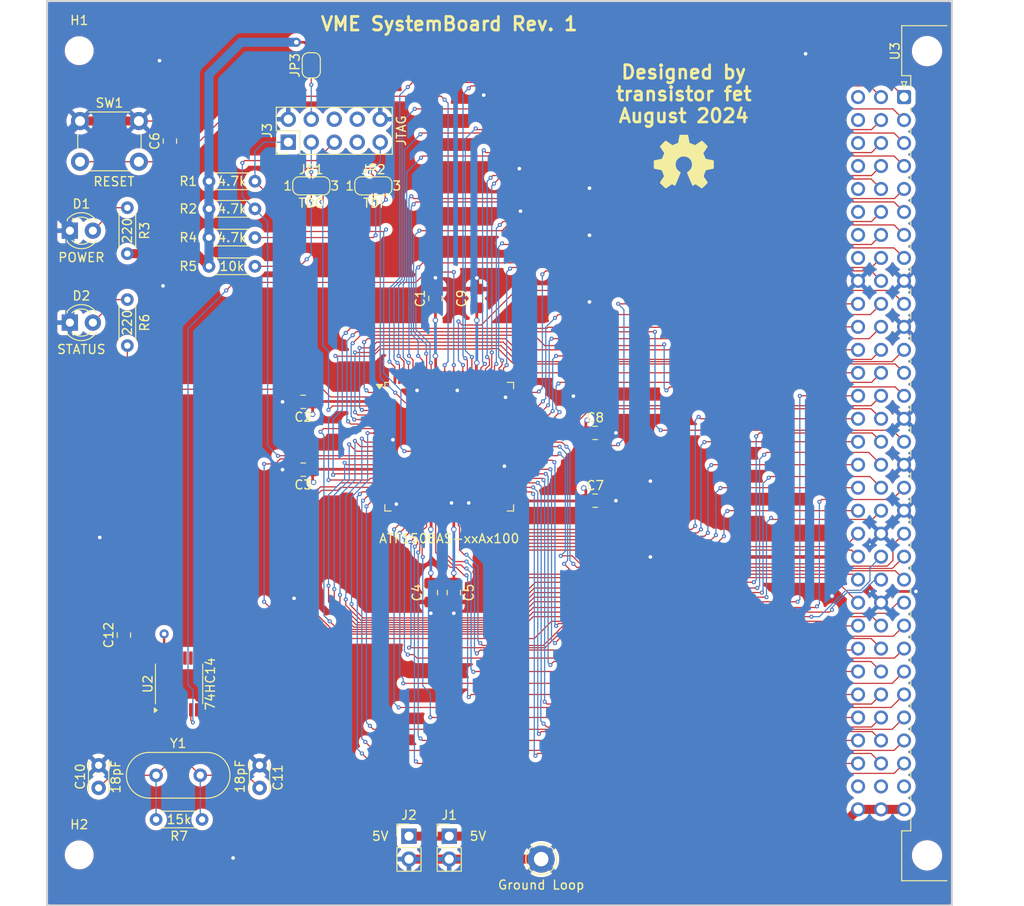
<source format=kicad_pcb>
(kicad_pcb (version 20240108) (generator "pcbnew") (generator_version "8.0")
  (title_block (title "VME SystemBoard") (rev "1"))
  (layers (0 "F.Cu" signal) (1 "In1.Cu" signal) (2 "In2.Cu" signal) (31 "B.Cu" signal) (34 "B.Paste" user) (35 "F.Paste" user) (36 "B.SilkS" user "B.Silkscreen") (37 "F.SilkS" user "F.Silkscreen") (38 "B.Mask" user) (39 "F.Mask" user) (44 "Edge.Cuts" user))
  (net 0 "")
  (net 1 "+5V")
  (net 2 "GND")
  (net 3 "Net-(C10-Pad1)")
  (net 4 "Net-(C11-Pad1)")
  (net 5 "~{RESET}")
  (net 6 "Net-(D1-A)")
  (net 7 "TMS")
  (net 8 "TCK")
  (net 9 "TDO")
  (net 10 "TDI")
  (net 11 "Net-(D2-A)")
  (net 12 "~{BBSY}")
  (net 13 "~{BR3}")
  (net 14 "~{IRQ6}")
  (net 15 "~{IACKOUT}")
  (net 16 "~{IRQ1}")
  (net 17 "~{BG3OUT}")
  (net 18 "~{BG3IN}")
  (net 19 "~{BG0IN}")
  (net 20 "~{BCLR}")
  (net 21 "~{SYSRESET}")
  (net 22 "~{BR1}")
  (net 23 "~{BG1IN}")
  (net 24 "~{IRQ3}")
  (net 25 "~{BG2OUT}")
  (net 26 "STATUSLED")
  (net 27 "~{IACKIN}")
  (net 28 "~{IRQ2}")
  (net 29 "~{IRQ7}")
  (net 30 "~{BG0OUT}")
  (net 31 "~{SYSFAIL}")
  (net 32 "~{IRQ5}")
  (net 33 "~{IRQ4}")
  (net 34 "~{BR0}")
  (net 35 "SYSCLK")
  (net 36 "~{BG2IN}")
  (net 37 "~{BG1OUT}")
  (net 38 "~{ACFAIL}")
  (net 39 "~{BR2}")
  (net 40 "~{IACK}")
  (net 41 "CLK")
  (net 43 "SERCLK")
  (net 50 "SERDAT")
  (net 52 "A8")
  (net 55 "A9")
  (net 57 "Net-(J3-Pin_9)")
  (net 58 "D3")
  (net 59 "AM0")
  (net 60 "~{DTACK}")
  (net 61 "D2")
  (net 62 "~{AS}")
  (net 63 "AM4")
  (net 64 "AM5")
  (net 65 "~{WRITE}")
  (net 66 "D1")
  (net 67 "AM1")
  (net 68 "D4")
  (net 69 "D6")
  (net 70 "A7")
  (net 71 "D0")
  (net 72 "~{LWORD}")
  (net 73 "A1")
  (net 74 "A2")
  (net 75 "A4")
  (net 76 "AM3")
  (net 77 "A5")
  (net 78 "A6")
  (net 79 "~{DS1}")
  (net 80 "A3")
  (net 81 "~{DS0}")
  (net 82 "D5")
  (net 83 "AM2")
  (net 84 "D7")
  (net 85 "~{BERR}")
  (net 87 "Net-(J3-Pin_4)")
  (net 90 "Net-(J3-Pin_3)")
  (net 91 "A11")
  (net 92 "A21")
  (net 93 "A20")
  (net 94 "A19")
  (net 95 "A17")
  (net 96 "A22")
  (net 97 "A16")
  (net 98 "A10")
  (net 99 "A13")
  (net 101 "A18")
  (net 102 "A12")
  (net 103 "A23")
  (net 104 "A14")
  (net 105 "A15")
  (footprint "Connector_DIN:DIN41612_C_3x32_Male_Horizontal_THT" (layer "F.Cu") (at 132.8 36.03 -90)
    (property "Reference" "U3")
    (property "Value" "VME64-P1-3R")
  )
  (footprint "Connector_PinHeader_2.54mm:PinHeader_2x05_P2.54mm_Vertical" (layer "F.Cu") (at 64.77 41.021 90)
    (property "Reference" "J3")
    (property "Value" "JTAG")
  )
  (footprint "Crystal:Crystal_HC49-4H_Vertical" (layer "F.Cu") (at 50.165 110.998)
    (property "Reference" "Y1")
    (property "Value" "Crystal")
  )
  (footprint "Resistor_THT:R_Axial_DIN0204_L3.6mm_D1.6mm_P5.08mm_Horizontal" (layer "F.Cu") (at 56.007 48.387)
    (property "Reference" "R2")
    (property "Value" "4.7k")
  )
  (footprint "LED_THT:LED_D3.0mm" (layer "F.Cu") (at 40.64 50.8)
    (property "Reference" "D1")
    (property "Value" "POWER")
  )
  (footprint "TestPoint:TestPoint_Loop_D2.60mm_Drill1.6mm_Beaded" (layer "F.Cu") (at 92.71 120.269)
    (property "Reference" "TP1")
    (property "Value" "Ground Loop")
  )
  (footprint "MountingHole:MountingHole_2.7mm_M2.5_DIN965" (layer "F.Cu") (at 41.67 30.9)
    (property "Reference" "H1")
    (property "Value" "MountingHole" (hide yes))
  )
  (footprint "Capacitor_THT:C_Disc_D3.0mm_W2.0mm_P2.50mm" (layer "F.Cu") (at 61.595 112.395 90)
    (property "Reference" "C11")
    (property "Value" "18pF")
  )
  (footprint "LED_THT:LED_D3.0mm" (layer "F.Cu") (at 40.64 60.96)
    (property "Reference" "D2")
    (property "Value" "STATUS")
  )
  (footprint "Capacitor_SMD:C_0805_2012Metric_Pad1.18x1.45mm_HandSolder" (layer "F.Cu") (at 83.058 90.805 -90)
    (property "Reference" "C5")
    (property "Value" "0.1uF")
  )
  (footprint "Capacitor_SMD:C_0805_2012Metric_Pad1.18x1.45mm_HandSolder" (layer "F.Cu") (at 98.679 73.152)
    (property "Reference" "C8")
    (property "Value" "0.1uF")
  )
  (footprint "Capacitor_SMD:C_0805_2012Metric_Pad1.18x1.45mm_HandSolder" (layer "F.Cu") (at 81.026 58.293 90)
    (property "Reference" "C1")
    (property "Value" "0.1uF")
  )
  (footprint "Resistor_THT:R_Axial_DIN0204_L3.6mm_D1.6mm_P5.08mm_Horizontal" (layer "F.Cu") (at 56.007 45.339)
    (property "Reference" "R1")
    (property "Value" "4.7k")
  )
  (footprint "Resistor_THT:R_Axial_DIN0204_L3.6mm_D1.6mm_P5.08mm_Horizontal" (layer "F.Cu") (at 46.99 63.5 90)
    (property "Reference" "R6")
    (property "Value" "220")
  )
  (footprint "Resistor_THT:R_Axial_DIN0204_L3.6mm_D1.6mm_P5.08mm_Horizontal" (layer "F.Cu") (at 56.007 51.562)
    (property "Reference" "R4")
    (property "Value" "4.7k")
  )
  (footprint "Resistor_THT:R_Axial_DIN0204_L3.6mm_D1.6mm_P5.08mm_Horizontal" (layer "F.Cu") (at 55.245 115.8875 180)
    (property "Reference" "R7")
    (property "Value" "15k")
  )
  (footprint "Resistor_THT:R_Axial_DIN0204_L3.6mm_D1.6mm_P5.08mm_Horizontal" (layer "F.Cu") (at 56.007 54.737)
    (property "Reference" "R5")
    (property "Value" "10k")
  )
  (footprint "Capacitor_SMD:C_0805_2012Metric_Pad1.18x1.45mm_HandSolder" (layer "F.Cu") (at 85.598 58.293 90)
    (property "Reference" "C9")
    (property "Value" "0.1uF")
  )
  (footprint "Jumper:SolderJumper-2_P1.3mm_Open_RoundedPad1.0x1.5mm" (layer "F.Cu") (at 67.31 32.527 90)
    (property "Reference" "JP3")
    (property "Value" "Vcc")
  )
  (footprint "Capacitor_SMD:C_0805_2012Metric_Pad1.18x1.45mm_HandSolder" (layer "F.Cu") (at 51.689 40.894 90)
    (property "Reference" "C6")
    (property "Value" "0.1uF")
  )
  (footprint "Jumper:SolderJumper-3_P1.3mm_Bridged12_RoundedPad1.0x1.5mm_NumberLabels" (layer "F.Cu") (at 67.31 45.847)
    (property "Reference" "JP1")
    (property "Value" "TDO")
  )
  (footprint "Capacitor_SMD:C_0805_2012Metric_Pad1.18x1.45mm_HandSolder" (layer "F.Cu") (at 46.609 95.504 90)
    (property "Reference" "C12")
    (property "Value" "0.1uF")
  )
  (footprint "Symbol:OSHW-Symbol_6.7x6mm_SilkScreen" (layer "F.Cu") (at 108.458 43.18)
    (property "Reference" "S1" (hide yes))
    (property "Value" "Logo_Open_Hardware_Small" (hide yes))
  )
  (footprint "Button_Switch_THT:SW_PUSH_6mm" (layer "F.Cu") (at 41.76 38.68)
    (property "Reference" "SW1")
    (property "Value" "RESET")
  )
  (footprint "Connector_PinHeader_2.54mm:PinHeader_1x02_P2.54mm_Vertical" (layer "F.Cu") (at 82.55 117.729)
    (property "Reference" "J1")
    (property "Value" "5V")
  )
  (footprint "Capacitor_SMD:C_0805_2012Metric_Pad1.18x1.45mm_HandSolder" (layer "F.Cu") (at 98.679 80.645)
    (property "Reference" "C7")
    (property "Value" "0.1uF")
  )
  (footprint "Capacitor_SMD:C_0805_2012Metric_Pad1.18x1.45mm_HandSolder" (layer "F.Cu") (at 66.421 69.723 180)
    (property "Reference" "C2")
    (property "Value" "0.1uF")
  )
  (footprint "Capacitor_THT:C_Disc_D3.0mm_W2.0mm_P2.50mm" (layer "F.Cu") (at 43.815 112.395 90)
    (property "Reference" "C10")
    (property "Value" "18pF")
  )
  (footprint "Capacitor_SMD:C_0805_2012Metric_Pad1.18x1.45mm_HandSolder" (layer "F.Cu") (at 66.421 77.216 180)
    (property "Reference" "C3")
    (property "Value" "0.1uF")
  )
  (footprint "Package_QFP:TQFP-100_14x14mm_P0.5mm" (layer "F.Cu") (at 82.55 74.676)
    (property "Reference" "U1" (hide yes))
    (property "Value" "ATF1508AS-xxAx100")
  )
  (footprint "Connector_PinHeader_2.54mm:PinHeader_1x02_P2.54mm_Vertical" (layer "F.Cu") (at 78.105 117.729)
    (property "Reference" "J2")
    (property "Value" "5V")
  )
  (footprint "Package_SO:TSSOP-14_4.4x5mm_P0.65mm" (layer "F.Cu") (at 52.705 100.9065 90)
    (property "Reference" "U2")
    (property "Value" "74HC14")
  )
  (footprint "Resistor_THT:R_Axial_DIN0204_L3.6mm_D1.6mm_P5.08mm_Horizontal" (layer "F.Cu") (at 46.99 53.34 90)
    (property "Reference" "R3")
    (property "Value" "220")
  )
  (footprint "MountingHole:MountingHole_2.7mm_M2.5_DIN965" (layer "F.Cu") (at 41.67 119.8)
    (property "Reference" "H2")
    (property "Value" "MountingHole" (hide yes))
  )
  (footprint "Capacitor_SMD:C_0805_2012Metric_Pad1.18x1.45mm_HandSolder" (layer "F.Cu") (at 80.518 90.805 -90)
    (property "Reference" "C4")
    (property "Value" "0.1uF")
  )
  (footprint "Jumper:SolderJumper-3_P1.3mm_Bridged12_RoundedPad1.0x1.5mm_NumberLabels" (layer "F.Cu") (at 74.168 45.847)
    (property "Reference" "JP2")
    (property "Value" "TDI")
  )
  (gr_rect (start 38.1 25.4) (end 138.1 125.4) (stroke (width 0.2)) (fill none) (layer "Edge.Cuts"))
  (gr_text "Designed by\ntransistor fet\nAugust 2024" (at 108.458 35.687 0) (layer "F.SilkS") (effects (font (size 1.5 1.5) (thickness 0.3))))
  (gr_text "VME SystemBoard Rev. 1\n" (at 82.55 27.94 0) (layer "F.SilkS") (effects (font (size 1.5 1.5) (thickness 0.3))))
  (segment (start 78.105 117.856) (end 77.978 117.983) (width 1) (layer "F.Cu") (net 1))
  (segment (start 78.105 117.729) (end 78.105 117.856) (width 1) (layer "F.Cu") (net 1))
  (segment (start 97.6415 73.152) (end 97.6415 71.9035) (width 0.3) (layer "F.Cu") (net 1))
  (segment (start 80.518 89.7675) (end 80.518 88.646) (width 0.3) (layer "F.Cu") (net 1))
  (segment (start 85.598 60.706) (end 85.598 59.3305) (width 0.3) (layer "F.Cu") (net 1))
  (segment (start 97.6415 80.645) (end 97.6415 79.4805) (width 0.3) (layer "F.Cu") (net 1))
  (segment (start 82.55 117.729) (end 124.761 117.729) (width 1) (layer "F.Cu") (net 1))
  (segment (start 124.761 117.729) (end 127.72 114.77) (width 1) (layer "F.Cu") (net 1))
  (segment (start 130.26 114.77) (end 132.8 114.77) (width 1) (layer "F.Cu") (net 1))
  (segment (start 50.165 96.52) (end 46.6305 96.52) (width 0.254) (layer "F.Cu") (net 1))
  (segment (start 66.548 29.972) (end 65.659 29.972) (width 0.3) (layer "F.Cu") (net 1))
  (segment (start 97.6175 73.176) (end 97.6415 73.152) (width 0.3) (layer "F.Cu") (net 1))
  (segment (start 81.026 60.706) (end 81.026 59.3305) (width 0.3) (layer "F.Cu") (net 1))
  (segment (start 50.755 98.044) (end 50.755 97.11) (width 0.254) (layer "F.Cu") (net 1))
  (segment (start 83.058 89.7675) (end 83.058 88.646) (width 0.3) (layer "F.Cu") (net 1))
  (segment (start 78.105 117.729) (end 82.55 117.729) (width 1) (layer "F.Cu") (net 1))
  (segment (start 74.8875 77.176) (end 67.4985 77.176) (width 0.3) (layer "F.Cu") (net 1))
  (segment (start 67.4585 69.723) (end 67.4585 71.0985) (width 0.3) (layer "F.Cu") (net 1))
  (segment (start 67.4985 77.176) (end 67.4585 77.216) (width 0.3) (layer "F.Cu") (net 1))
  (segment (start 90.2125 73.176) (end 97.6175 73.176) (width 0.3) (layer "F.Cu") (net 1))
  (segment (start 83.058 83.82) (end 83.058 82.3465) (width 0.3) (layer "F.Cu") (net 1))
  (segment (start 90.2125 80.676) (end 97.6105 80.676) (width 0.3) (layer "F.Cu") (net 1))
  (segment (start 97.6415 79.4805) (end 97.409 79.248) (width 0.3) (layer "F.Cu") (net 1))
  (segment (start 51.054 95.377) (end 51.054 96.774) (width 0.254) (layer "F.Cu") (net 1))
  (segment (start 67.31 31.877) (end 67.31 30.734) (width 0.3) (layer "F.Cu") (net 1))
  (segment (start 51.054 96.774) (end 50.755 97.073) (width 0.254) (layer "F.Cu") (net 1))
  (segment (start 74.8875 69.676) (end 67.5055 69.676) (width 0.3) (layer "F.Cu") (net 1))
  (segment (start 54.61 53.34) (end 56.007 54.737) (width 1) (layer "F.Cu") (net 1))
  (segment (start 67.564 78.613) (end 67.4585 78.5075) (width 0.3) (layer "F.Cu") (net 1))
  (segment (start 85.55 67.0135) (end 85.55 65.453) (width 0.3) (layer "F.Cu") (net 1))
  (segment (start 67.437 71.12) (end 67.4585 71.0985) (width 0.3) (layer "F.Cu") (net 1))
  (segment (start 127.72 114.77) (end 130.26 114.77) (width 1) (layer "F.Cu") (net 1))
  (segment (start 80.518 83.82) (end 80.55 83.788) (width 0.3) (layer "F.Cu") (net 1))
  (segment (start 80.55 83.788) (end 80.55 82.3385) (width 0.3) (layer "F.Cu") (net 1))
  (segment (start 46.99 53.34) (end 54.61 53.34) (width 1) (layer "F.Cu") (net 1))
  (segment (start 85.55 65.453) (end 85.598 65.405) (width 0.3) (layer "F.Cu") (net 1))
  (segment (start 67.31 30.734) (end 66.548 29.972) (width 0.3) (layer "F.Cu") (net 1))
  (segment (start 67.5055 69.676) (end 67.4585 69.723) (width 0.3) (layer "F.Cu") (net 1))
  (segment (start 97.6105 80.676) (end 97.6415 80.645) (width 0.3) (layer "F.Cu") (net 1))
  (segment (start 97.6415 71.9035) (end 97.79 71.755) (width 0.3) (layer "F.Cu") (net 1))
  (segment (start 83.058 82.3465) (end 83.05 82.3385) (width 0.3) (layer "F.Cu") (net 1))
  (segment (start 46.6305 96.52) (end 46.609 96.5415) (width 0.254) (layer "F.Cu") (net 1))
  (segment (start 81.0045 59.309) (end 81.026 59.3305) (width 1) (layer "F.Cu") (net 1))
  (segment (start 50.755 97.11) (end 50.165 96.52) (width 0.254) (layer "F.Cu") (net 1))
  (segment (start 50.755 97.073) (end 50.755 98.044) (width 0.254) (layer "F.Cu") (net 1))
  (segment (start 67.4585 78.5075) (end 67.4585 77.216) (width 0.3) (layer "F.Cu") (net 1))
  (segment (start 81.026 64.643) (end 81.05 64.667) (width 0.3) (layer "F.Cu") (net 1))
  (segment (start 81.05 64.667) (end 81.05 67.0135) (width 0.3) (layer "F.Cu") (net 1))
  (via (at 85.598 65.405) (size 0.6) (drill 0.4) (layers "F.Cu" "B.Cu") (net 1))
  (via (at 65.659 29.972) (size 1) (drill 0.5) (layers "F.Cu" "B.Cu") (net 1))
  (via (at 67.4585 71.0985) (size 0.6) (drill 0.4) (layers "F.Cu" "B.Cu") (net 1))
  (via (at 85.598 60.706) (size 0.6) (drill 0.4) (layers "F.Cu" "B.Cu") (net 1))
  (via (at 67.564 78.613) (size 0.6) (drill 0.4) (layers "F.Cu" "B.Cu") (net 1))
  (via (at 81.026 64.643) (size 0.6) (drill 0.4) (layers "F.Cu" "B.Cu") (net 1))
  (via (at 81.026 60.706) (size 0.6) (drill 0.4) (layers "F.Cu" "B.Cu") (net 1))
  (via (at 83.058 88.646) (size 0.6) (drill 0.4) (layers "F.Cu" "B.Cu") (net 1))
  (via (at 51.054 95.377) (size 1) (drill 0.5) (layers "F.Cu" "B.Cu") (net 1))
  (via (at 80.518 88.646) (size 0.6) (drill 0.4) (layers "F.Cu" "B.Cu") (net 1))
  (via (at 97.79 71.755) (size 0.6) (drill 0.4) (layers "F.Cu" "B.Cu") (net 1))
  (via (at 97.409 79.248) (size 0.6) (drill 0.4) (layers "F.Cu" "B.Cu") (net 1))
  (via (at 80.518 83.82) (size 0.6) (drill 0.4) (layers "F.Cu" "B.Cu") (net 1))
  (via (at 83.058 83.82) (size 0.6) (drill 0.4) (layers "F.Cu" "B.Cu") (net 1))
  (segment (start 56.007 33.528) (end 59.563 29.972) (width 1) (layer "B.Cu") (net 1))
  (segment (start 56.007 51.562) (end 56.007 54.737) (width 1) (layer "B.Cu") (net 1))
  (segment (start 85.598 65.405) (end 85.598 60.706) (width 0.3) (layer "B.Cu") (net 1))
  (segment (start 56.007 48.387) (end 56.007 51.562) (width 1) (layer "B.Cu") (net 1))
  (segment (start 56.007 45.339) (end 56.007 33.528) (width 1) (layer "B.Cu") (net 1))
  (segment (start 81.026 64.643) (end 81.026 60.706) (width 0.3) (layer "B.Cu") (net 1))
  (segment (start 80.518 83.82) (end 80.518 88.646) (width 0.3) (layer "B.Cu") (net 1))
  (segment (start 83.058 88.646) (end 83.058 83.82) (width 0.3) (layer "B.Cu") (net 1))
  (segment (start 59.563 29.972) (end 65.659 29.972) (width 1) (layer "B.Cu") (net 1))
  (segment (start 56.007 45.339) (end 56.007 48.387) (width 1) (layer "B.Cu") (net 1))
  (segment (start 78.105 120.269) (end 82.55 120.269) (width 1) (layer "F.Cu") (net 2))
  (segment (start 99.7165 73.152) (end 100.965 73.152) (width 0.3) (layer "F.Cu") (net 2))
  (segment (start 134.112 90.678) (end 131.492 90.678) (width 0.3) (layer "F.Cu") (net 2))
  (segment (start 74.8875 73.676) (end 76.089 73.676) (width 0.3) (layer "F.Cu") (net 2))
  (segment (start 83.55 67.0135) (end 83.55 68.342) (width 0.3) (layer "F.Cu") (net 2))
  (segment (start 65.3835 69.723) (end 64.135 69.723) (width 0.3) (layer "F.Cu") (net 2))
  (segment (start 83.55 68.342) (end 83.439 68.453) (width 0.3) (layer "F.Cu") (net 2))
  (segment (start 80.518 91.8425) (end 80.518 93.091) (width 0.3) (layer "F.Cu") (net 2))
  (segment (start 84.709 80.899) (end 85.05 81.24) (width 0.3) (layer "F.Cu") (net 2))
  (segment (start 90.2125 69.176) (end 88.812 69.176) (width 0.3) (layer "F.Cu") (net 2))
  (segment (start 99.7165 80.645) (end 100.965 80.645) (width 0.3) (layer "F.Cu") (net 2))
  (segment (start 85.598 57.277) (end 85.598 56.0285) (width 0.3) (layer "F.Cu") (net 2))
  (segment (start 90.2125 76.676) (end 88.805 76.676) (width 0.3) (layer "F.Cu") (net 2))
  (segment (start 85.05 81.24) (end 85.05 82.3385) (width 0.3) (layer "F.Cu") (net 2))
  (segment (start 76.55 81.184) (end 76.708 81.026) (width 0.3) (layer "F.Cu") (net 2))
  (segment (start 76.089 73.676) (end 76.327 73.914) (width 0.3) (layer "F.Cu") (net 2))
  (segment (start 83.058 91.8425) (end 83.058 93.091) (width 0.3) (layer "F.Cu") (net 2))
  (segment (start 48.26 38.68) (end 50.5125 38.68) (width 0.127) (layer "F.Cu") (net 2))
  (segment (start 88.812 69.176) (end 88.773 69.215) (width 0.3) (layer "F.Cu") (net 2))
  (segment (start 79.05 67.0135) (end 79.05 68.397) (width 0.3) (layer "F.Cu") (net 2))
  (segment (start 82.55 120.269) (end 92.71 120.269) (width 1) (layer "F.Cu") (net 2))
  (segment (start 82.55 81.153) (end 82.804 80.899) (width 0.3) (layer "F.Cu") (net 2))
  (segment (start 81.026 57.2555) (end 81.026 56.007) (width 0.3) (layer "F.Cu") (net 2))
  (segment (start 79.05 68.397) (end 78.994 68.453) (width 0.3) (layer "F.Cu") (net 2))
  (segment (start 131.492 90.678) (end 130.26 91.91) (width 0.3) (layer "F.Cu") (net 2))
  (segment (start 88.805 76.676) (end 88.646 76.835) (width 0.3) (layer "F.Cu") (net 2))
  (segment (start 50.5125 38.68) (end 51.689 39.8565) (width 0.127) (layer "F.Cu") (net 2))
  (segment (start 41.76 38.68) (end 48.26 38.68) (width 1) (layer "F.Cu") (net 2))
  (segment (start 76.55 82.3385) (end 76.55 81.184) (width 0.3) (layer "F.Cu") (net 2))
  (segment (start 65.3835 77.216) (end 64.135 77.216) (width 0.3) (layer "F.Cu") (net 2))
  (segment (start 82.55 82.3385) (end 82.55 81.153) (width 0.3) (layer "F.Cu") (net 2))
  (via (at 65.405 91.44) (size 0.6) (drill 0.4) (layers "F.Cu" "B.Cu") (net 2))
  (via (at 86.36 35.814) (size 0.6) (drill 0.4) (layers "F.Cu" "B.Cu") (net 2))
  (via (at 98.044 51.308) (size 0.6) (drill 0.4) (layers "F.Cu" "B.Cu") (net 2))
  (via (at 90.297 43.942) (size 0.6) (drill 0.4) (layers "F.Cu" "B.Cu") (net 2))
  (via (at 88.646 76.835) (size 0.6) (drill 0.4) (layers "F.Cu" "B.Cu") (net 2))
  (via (at 76.327 73.914) (size 0.6) (drill 0.4) (layers "F.Cu" "B.Cu") (net 2))
  (via (at 64.135 69.723) (size 0.6) (drill 0.4) (layers "F.Cu" "B.Cu") (net 2))
  (via (at 100.965 73.152) (size 0.6) (drill 0.4) (layers "F.Cu" "B.Cu") (net 2))
  (via (at 90.424 48.641) (size 0.6) (drill 0.4) (layers "F.Cu" "B.Cu") (net 2))
  (via (at 129.032 85.471) (size 0.45) (drill 0.2) (layers "F.Cu" "B.Cu") (net 2))
  (via (at 80.518 93.091) (size 0.6) (drill 0.4) (layers "F.Cu" "B.Cu") (net 2))
  (via (at 124.841 91.186) (size 0.6) (drill 0.4) (layers "F.Cu" "B.Cu") (net 2))
  (via (at 98.044 46.101) (size 0.6) (drill 0.4) (layers "F.Cu" "B.Cu") (net 2))
  (via (at 58.674 120.142) (size 0.6) (drill 0.4) (layers "F.Cu" "B.Cu") (net 2))
  (via (at 98.044 58.674) (size 0.6) (drill 0.4) (layers "F.Cu" "B.Cu") (net 2))
  (via (at 76.708 81.026) (size 0.6) (drill 0.4) (layers "F.Cu" "B.Cu") (net 2))
  (via (at 96.266 69.088) (size 0.6) (drill 0.4) (layers "F.Cu" "B.Cu") (net 2))
  (via (at 64.135 77.216) (size 0.6) (drill 0.4) (layers "F.Cu" "B.Cu") (net 2))
  (via (at 78.994 68.453) (size 0.6) (drill 0.4) (layers "F.Cu" "B.Cu") (net 2))
  (via (at 83.439 68.453) (size 0.6) (drill 0.4) (layers "F.Cu" "B.Cu") (net 2))
  (via (at 50.927 56.896) (size 0.6) (drill 0.4) (layers "F.Cu" "B.Cu") (net 2))
  (via (at 134.112 90.678) (size 0.6) (drill 0.4) (layers "F.Cu" "B.Cu") (net 2))
  (via (at 100.965 80.645) (size 0.6) (drill 0.4) (layers "F.Cu" "B.Cu") (net 2))
  (via (at 85.598 56.0285) (size 0.6) (drill 0.4) (layers "F.Cu" "B.Cu") (net 2))
  (via (at 84.709 80.899) (size 0.6) (drill 0.4) (layers "F.Cu" "B.Cu") (net 2))
  (via (at 104.775 78.486) (size 0.6) (drill 0.4) (layers "F.Cu" "B.Cu") (net 2))
  (via (at 83.058 93.091) (size 0.6) (drill 0.4) (layers "F.Cu" "B.Cu") (net 2))
  (via (at 121.92 31.242) (size 0.6) (drill 0.4) (layers "F.Cu" "B.Cu") (net 2))
  (via (at 129.032 90.678) (size 0.45) (drill 0.2) (layers "F.Cu" "B.Cu") (net 2))
  (via (at 104.775 86.868) (size 0.6) (drill 0.4) (layers "F.Cu" "B.Cu") (net 2))
  (via (at 81.026 56.007) (size 0.6) (drill 0.4) (layers "F.Cu" "B.Cu") (net 2))
  (via (at 82.804 80.899) (size 0.6) (drill 0.4) (layers "F.Cu" "B.Cu") (net 2))
  (via (at 88.773 69.215) (size 0.6) (drill 0.4) (layers "F.Cu" "B.Cu") (net 2))
  (via (at 43.942 84.709) (size 0.6) (drill 0.4) (layers "F.Cu" "B.Cu") (net 2))
  (via (at 50.546 32.004) (size 0.6) (drill 0.4) (layers "F.Cu" "B.Cu") (net 2))
  (segment (start 40.64 50.8) (end 40.64 50.292) (width 1) (layer "B.Cu") (net 2))
  (segment (start 39.497 49.149) (end 39.497 40.943) (width 1) (layer "B.Cu") (net 2))
  (segment (start 40.64 50.292) (end 39.497 49.149) (width 1) (layer "B.Cu") (net 2))
  (segment (start 40.64 60.96) (end 40.64 50.8) (width 1) (layer "B.Cu") (net 2))
  (segment (start 39.497 40.943) (end 41.76 38.68) (width 1) (layer "B.Cu") (net 2))
  (segment (start 50.165 110.998) (end 45.212 110.998) (width 0.127) (layer "F.Cu") (net 3))
  (segment (start 52.055 109.108) (end 52.055 103.769) (width 0.127) (layer "F.Cu") (net 3))
  (segment (start 45.212 110.998) (end 43.815 112.395) (width 0.127) (layer "F.Cu") (net 3))
  (segment (start 50.165 110.998) (end 52.055 109.108) (width 0.127) (layer "F.Cu") (net 3))
  (segment (start 50.16 110.993) (end 50.165 110.998) (width 0.127) (layer "B.Cu") (net 3))
  (segment (start 50.165 110.998) (end 50.165 115.8875) (width 0.127) (layer "B.Cu") (net 3))
  (segment (start 53.086 105.156) (end 53.355 104.887) (width 0.127) (layer "F.Cu") (net 4))
  (segment (start 52.705 103.769) (end 52.705 104.902) (width 0.127) (layer "F.Cu") (net 4))
  (segment (start 53.355 104.887) (end 53.355 103.769) (width 0.127) (layer "F.Cu") (net 4))
  (segment (start 52.705 104.902) (end 52.959 105.156) (width 0.127) (layer "F.Cu") (net 4))
  (segment (start 52.959 105.156) (end 53.086 105.156) (width 0.127) (layer "F.Cu") (net 4))
  (segment (start 60.198 110.998) (end 61.595 112.395) (width 0.127) (layer "F.Cu") (net 4))
  (segment (start 53.355 103.769) (end 53.355 109.308) (width 0.127) (layer "F.Cu") (net 4))
  (segment (start 55.045 110.998) (end 60.198 110.998) (width 0.127) (layer "F.Cu") (net 4))
  (segment (start 53.355 109.308) (end 55.045 110.998) (width 0.127) (layer "F.Cu") (net 4))
  (segment (start 55.045 110.998) (end 55.045 115.6875) (width 0.127) (layer "B.Cu") (net 4))
  (segment (start 55.24 110.803) (end 55.045 110.998) (width 0.127) (layer "B.Cu") (net 4))
  (segment (start 55.045 115.6875) (end 55.245 115.8875) (width 0.127) (layer "B.Cu") (net 4))
  (segment (start 81.661 35.941) (end 59.944 35.941) (width 0.127) (layer "F.Cu") (net 5))
  (segment (start 41.76 43.18) (end 48.26 43.18) (width 0.127) (layer "F.Cu") (net 5))
  (segment (start 50.4405 43.18) (end 51.689 41.9315) (width 0.127) (layer "F.Cu") (net 5))
  (segment (start 82.05 65.794) (end 82.05 67.0135) (width 0.127) (layer "F.Cu") (net 5))
  (segment (start 82.042 65.659) (end 82.042 65.786) (width 0.127) (layer "F.Cu") (net 5))
  (segment (start 82.042 65.786) (end 82.05 65.794) (width 0.127) (layer "F.Cu") (net 5))
  (segment (start 82.042 36.322) (end 81.661 35.941) (width 0.127) (layer "F.Cu") (net 5))
  (segment (start 59.944 35.941) (end 53.9535 41.9315) (width 0.127) (layer "F.Cu") (net 5))
  (segment (start 53.9535 41.9315) (end 51.689 41.9315) (width 0.127) (layer "F.Cu") (net 5))
  (segment (start 48.26 43.18) (end 50.4405 43.18) (width 0.127) (layer "F.Cu") (net 5))
  (via (at 82.042 65.659) (size 0.45) (drill 0.2) (layers "F.Cu" "B.Cu") (net 5))
  (via (at 82.042 36.322) (size 0.45) (drill 0.2) (layers "F.Cu" "B.Cu") (net 5))
  (segment (start 82.423 65.278) (end 82.042 65.659) (width 0.127) (layer "B.Cu") (net 5))
  (segment (start 82.042 36.322) (end 82.423 36.703) (width 0.127) (layer "B.Cu") (net 5))
  (segment (start 82.423 36.703) (end 82.423 65.278) (width 0.127) (layer "B.Cu") (net 5))
  (segment (start 43.18 50.8) (end 45.72 48.26) (width 0.127) (layer "F.Cu") (net 6))
  (segment (start 45.72 48.26) (end 46.99 48.26) (width 0.127) (layer "F.Cu") (net 6))
  (segment (start 63.627 75.692) (end 63.643 75.676) (width 0.127) (layer "F.Cu") (net 7))
  (segment (start 67.818 43.053) (end 69.85 41.021) (width 0.127) (layer "F.Cu") (net 7))
  (segment (start 59.944 43.053) (end 67.818 43.053) (width 0.127) (layer "F.Cu") (net 7))
  (segment (start 63.643 75.676) (end 74.8875 75.676) (width 0.127) (layer "F.Cu") (net 7))
  (segment (start 59.69 43.307) (end 59.944 43.053) (width 0.127) (layer "F.Cu") (net 7))
  (via (at 63.627 75.692) (size 0.45) (drill 0.2) (layers "F.Cu" "B.Cu") (net 7))
  (via (at 59.69 43.307) (size 0.45) (drill 0.2) (layers "F.Cu" "B.Cu") (net 7))
  (segment (start 59.69 47.04) (end 59.69 43.307) (width 0.127) (layer "B.Cu") (net 7))
  (segment (start 62.484 74.549) (end 62.484 49.834) (width 0.127) (layer "B.Cu") (net 7))
  (segment (start 62.484 49.834) (end 59.69 47.04) (width 0.127) (layer "B.Cu") (net 7))
  (segment (start 63.627 75.692) (end 62.484 74.549) (width 0.127) (layer "B.Cu") (net 7))
  (segment (start 61.087 45.339) (end 66.6385 50.8905) (width 0.127) (layer "F.Cu") (net 8))
  (segment (start 77.597 75.176) (end 90.2125 75.176) (width 0.127) (layer "F.Cu") (net 8))
  (segment (start 66.6385 50.8905) (end 75.3475 50.8905) (width 0.127) (layer "F.Cu") (net 8))
  (segment (start 75.3475 50.8905) (end 75.565 50.673) (width 0.127) (layer "F.Cu") (net 8))
  (via (at 75.565 50.673) (size 0.45) (drill 0.2) (layers "F.Cu" "B.Cu") (net 8))
  (via (at 77.597 75.176) (size 0.45) (drill 0.2) (layers "F.Cu" "B.Cu") (net 8))
  (segment (start 77.216 74.795) (end 77.216 68.453) (width 0.127) (layer "B.Cu") (net 8))
  (segment (start 61.087 42.037) (end 62.103 41.021) (width 0.127) (layer "B.Cu") (net 8))
  (segment (start 61.087 45.287) (end 61.087 42.037) (width 0.127) (layer "B.Cu") (net 8))
  (segment (start 75.311 66.548) (end 75.311 50.927) (width 0.127) (layer "B.Cu") (net 8))
  (segment (start 62.103 41.021) (end 64.77 41.021) (width 0.127) (layer "B.Cu") (net 8))
  (segment (start 77.216 68.453) (end 75.311 66.548) (width 0.127) (layer "B.Cu") (net 8))
  (segment (start 77.597 75.176) (end 77.216 74.795) (width 0.127) (layer "B.Cu") (net 8))
  (segment (start 75.311 50.927) (end 75.565 50.673) (width 0.127) (layer "B.Cu") (net 8))
  (segment (start 75.565 47.371) (end 75.468 47.274) (width 0.127) (layer "F.Cu") (net 9))
  (segment (start 89.051 69.826) (end 89.201 69.676) (width 0.127) (layer "F.Cu") (net 9))
  (segment (start 77.7 69.826) (end 89.051 69.826) (width 0.127) (layer "F.Cu") (net 9))
  (segment (start 66.8385 43.9055) (end 74.1315 43.9055) (width 0.127) (layer "F.Cu") (net 9))
  (segment (start 66.01 45.847) (end 66.01 44.734) (width 0.127) (layer "F.Cu") (net 9))
  (segment (start 75.468 47.274) (end 75.468 45.847) (width 0.127) (layer "F.Cu") (net 9))
  (segment (start 66.01 44.734) (end 66.8385 43.9055) (width 0.127) (layer "F.Cu") (net 9))
  (segment (start 76.581 68.707) (end 77.7 69.826) (width 0.127) (layer "F.Cu") (net 9))
  (segment (start 74.1315 43.9055) (end 75.468 45.242) (width 0.127) (layer "F.Cu") (net 9))
  (segment (start 75.468 45.242) (end 75.468 45.847) (width 0.127) (layer "F.Cu") (net 9))
  (segment (start 89.201 69.676) (end 90.2125 69.676) (width 0.127) (layer "F.Cu") (net 9))
  (via (at 76.581 68.707) (size 0.45) (drill 0.2) (layers "F.Cu" "B.Cu") (net 9))
  (via (at 75.565 47.371) (size 0.45) (drill 0.2) (layers "F.Cu" "B.Cu") (net 9))
  (segment (start 74.93 67.056) (end 74.93 48.006) (width 0.127) (layer "B.Cu") (net 9))
  (segment (start 74.93 48.006) (end 75.565 47.371) (width 0.127) (layer "B.Cu") (net 9))
  (segment (start 76.581 68.707) (end 74.93 67.056) (width 0.127) (layer "B.Cu") (net 9))
  (segment (start 68.61 45.847) (end 68.61 47.468) (width 0.127) (layer "F.Cu") (net 10))
  (segment (start 68.61 45.847) (end 72.868 45.847) (width 0.127) (layer "F.Cu") (net 10))
  (segment (start 74.8875 70.176) (end 69.651 70.176) (width 0.127) (layer "F.Cu") (net 10))
  (segment (start 69.651 70.176) (end 69.215 70.612) (width 0.127) (layer "F.Cu") (net 10))
  (segment (start 68.61 47.468) (end 68.453 47.625) (width 0.127) (layer "F.Cu") (net 10))
  (via (at 69.215 70.612) (size 0.45) (drill 0.2) (layers "F.Cu" "B.Cu") (net 10))
  (via (at 68.453 47.625) (size 0.45) (drill 0.2) (layers "F.Cu" "B.Cu") (net 10))
  (segment (start 69.215 64.135) (end 68.58 63.5) (width 0.127) (layer "B.Cu") (net 10))
  (segment (start 69.215 70.612) (end 69.215 64.135) (width 0.127) (layer "B.Cu") (net 10))
  (segment (start 68.453 47.625) (end 68.58 47.752) (width 0.127) (layer "B.Cu") (net 10))
  (segment (start 68.58 47.752) (end 68.58 63.5) (width 0.127) (layer "B.Cu") (net 10))
  (segment (start 43.18 60.96) (end 45.72 58.42) (width 0.127) (layer "F.Cu") (net 11))
  (segment (start 45.72 58.42) (end 46.99 58.42) (width 0.127) (layer "F.Cu") (net 11))
  (segment (start 129.028 34.798) (end 130.26 36.03) (width 0.127) (layer "F.Cu") (net 12))
  (segment (start 84.963 34.798) (end 129.028 34.798) (width 0.127) (layer "F.Cu") (net 12))
  (segment (start 84.55 65.119) (end 84.328 64.897) (width 0.127) (layer "F.Cu") (net 12))
  (segment (start 84.55 67.0135) (end 84.55 65.119) (width 0.127) (layer "F.Cu") (net 12))
  (segment (start 84.709 35.052) (end 84.963 34.798) (width 0.127) (layer "F.Cu") (net 12))
  (via (at 84.328 64.897) (size 0.45) (drill 0.2) (layers "F.Cu" "B.Cu") (net 12))
  (via (at 84.709 35.052) (size 0.45) (drill 0.2) (layers "F.Cu" "B.Cu") (net 12))
  (segment (start 84.074 64.643) (end 84.074 35.687) (width 0.127) (layer "B.Cu") (net 12))
  (segment (start 84.074 35.687) (end 84.709 35.052) (width 0.127) (layer "B.Cu") (net 12))
  (segment (start 84.328 64.897) (end 84.074 64.643) (width 0.127) (layer "B.Cu") (net 12))
  (segment (start 98.171 70.485) (end 129.155 70.485) (width 0.127) (layer "F.Cu") (net 13))
  (segment (start 129.155 70.485) (end 130.26 71.59) (width 0.127) (layer "F.Cu") (net 13))
  (segment (start 95.98 72.676) (end 98.171 70.485) (width 0.127) (layer "F.Cu") (net 13))
  (segment (start 90.2125 72.676) (end 95.98 72.676) (width 0.127) (layer "F.Cu") (net 13))
  (segment (start 93.726 77.176) (end 90.2125 77.176) (width 0.127) (layer "F.Cu") (net 14))
  (segment (start 129.155 95.885) (end 130.26 96.99) (width 0.127) (layer "F.Cu") (net 14))
  (segment (start 94.742 95.885) (end 129.155 95.885) (width 0.127) (layer "F.Cu") (net 14))
  (segment (start 94.234 96.393) (end 94.742 95.885) (width 0.127) (layer "F.Cu") (net 14))
  (via (at 93.726 77.176) (size 0.45) (drill 0.2) (layers "F.Cu" "B.Cu") (net 14))
  (via (at 94.234 96.393) (size 0.45) (drill 0.2) (layers "F.Cu" "B.Cu") (net 14))
  (segment (start 93.853 96.012) (end 93.853 77.303) (width 0.127) (layer "B.Cu") (net 14))
  (segment (start 94.234 96.393) (end 93.853 96.012) (width 0.127) (layer "B.Cu") (net 14))
  (segment (start 93.853 77.303) (end 93.726 77.176) (width 0.127) (layer "B.Cu") (net 14))
  (segment (start 96.012 88.392) (end 131.826 88.392) (width 0.127) (layer "F.Cu") (net 15))
  (segment (start 131.826 88.392) (end 132.8 89.366) (width 0.127) (layer "F.Cu") (net 15))
  (segment (start 95.25 87.63) (end 96.012 88.392) (width 0.127) (layer "F.Cu") (net 15))
  (segment (start 132.8 89.366) (end 132.8 89.37) (width 0.127) (layer "F.Cu") (net 15))
  (segment (start 94.742 74.676) (end 90.2125 74.676) (width 0.127) (layer "F.Cu") (net 15))
  (via (at 94.742 74.676) (size 0.45) (drill 0.2) (layers "F.Cu" "B.Cu") (net 15))
  (via (at 95.25 87.63) (size 0.45) (drill 0.2) (layers "F.Cu" "B.Cu") (net 15))
  (segment (start 94.742 74.676) (end 95.631 75.565) (width 0.127) (layer "B.Cu") (net 15))
  (segment (start 95.631 75.565) (end 95.631 87.249) (width 0.127) (layer "B.Cu") (net 15))
  (segment (start 95.631 87.249) (end 95.25 87.63) (width 0.127) (layer "B.Cu") (net 15))
  (segment (start 90.2125 79.676) (end 91.614 79.676) (width 0.127) (layer "F.Cu") (net 16))
  (segment (start 130.26 109.69) (end 129.155 108.585) (width 0.127) (layer "F.Cu") (net 16))
  (segment (start 129.155 108.585) (end 92.329 108.585) (width 0.127) (layer "F.Cu") (net 16))
  (segment (start 91.614 79.676) (end 91.821 79.883) (width 0.127) (layer "F.Cu") (net 16))
  (segment (start 92.329 108.585) (end 92.075 108.839) (width 0.127) (layer "F.Cu") (net 16))
  (via (at 92.075 108.839) (size 0.45) (drill 0.2) (layers "F.Cu" "B.Cu") (net 16))
  (via (at 91.821 79.883) (size 0.45) (drill 0.2) (layers "F.Cu" "B.Cu") (net 16))
  (segment (start 91.948 80.01) (end 91.948 108.712) (width 0.127) (layer "B.Cu") (net 16))
  (segment (start 91.948 108.712) (end 92.075 108.839) (width 0.127) (layer "B.Cu") (net 16))
  (segment (start 91.821 79.883) (end 91.948 80.01) (width 0.127) (layer "B.Cu") (net 16))
  (segment (start 93.472 70.104) (end 92.9 70.676) (width 0.127) (layer "F.Cu") (net 17))
  (segment (start 93.853 62.738) (end 128.952 62.738) (width 0.127) (layer "F.Cu") (net 17))
  (segment (start 128.952 62.738) (end 130.26 61.43) (width 0.127) (layer "F.Cu") (net 17))
  (segment (start 92.9 70.676) (end 90.2125 70.676) (width 0.127) (layer "F.Cu") (net 17))
  (via (at 93.853 62.738) (size 0.45) (drill 0.2) (layers "F.Cu" "B.Cu") (net 17))
  (via (at 93.472 70.104) (size 0.45) (drill 0.2) (layers "F.Cu" "B.Cu") (net 17))
  (segment (start 93.599 62.992) (end 93.599 69.977) (width 0.127) (layer "B.Cu") (net 17))
  (segment (start 93.853 62.738) (end 93.599 62.992) (width 0.127) (layer "B.Cu") (net 17))
  (segment (start 93.599 69.977) (end 93.472 70.104) (width 0.127) (layer "B.Cu") (net 17))
  (segment (start 94.615 60.071) (end 129.079 60.071) (width 0.127) (layer "F.Cu") (net 18))
  (segment (start 94.234 60.452) (end 94.615 60.071) (width 0.127) (layer "F.Cu") (net 18))
  (segment (start 92.9005 69.6595) (end 92.384 70.176) (width 0.127) (layer "F.Cu") (net 18))
  (segment (start 92.384 70.176) (end 90.2125 70.176) (width 0.127) (layer "F.Cu") (net 18))
  (segment (start 129.079 60.071) (end 130.26 58.89) (width 0.127) (layer "F.Cu") (net 18))
  (via (at 94.234 60.452) (size 0.45) (drill 0.2) (layers "F.Cu" "B.Cu") (net 18))
  (via (at 92.9005 69.6595) (size 0.45) (drill 0.2) (layers "F.Cu" "B.Cu") (net 18))
  (segment (start 93.218 69.342) (end 93.218 61.468) (width 0.127) (layer "B.Cu") (net 18))
  (segment (start 92.9005 69.6595) (end 93.218 69.342) (width 0.127) (layer "B.Cu") (net 18))
  (segment (start 93.218 61.468) (end 94.234 60.452) (width 0.127) (layer "B.Cu") (net 18))
  (segment (start 86.995 65.024) (end 86.995 65.659) (width 0.127) (layer "F.Cu") (net 19))
  (segment (start 87.122 44.958) (end 87.376 44.704) (width 0.127) (layer "F.Cu") (net 19))
  (segment (start 86.995 65.659) (end 86.55 66.104) (width 0.127) (layer "F.Cu") (net 19))
  (segment (start 87.376 44.704) (end 129.206 44.704) (width 0.127) (layer "F.Cu") (net 19))
  (segment (start 129.206 44.704) (end 130.26 43.65) (width 0.127) (layer "F.Cu") (net 19))
  (segment (start 86.741 64.77) (end 86.995 65.024) (width 0.127) (layer "F.Cu") (net 19))
  (segment (start 86.55 66.104) (end 86.55 67.0135) (width 0.127) (layer "F.Cu") (net 19))
  (via (at 86.741 64.77) (size 0.45) (drill 0.2) (layers "F.Cu" "B.Cu") (net 19))
  (via (at 87.122 44.958) (size 0.45) (drill 0.2) (layers "F.Cu" "B.Cu") (net 19))
  (segment (start 86.741 45.339) (end 87.122 44.958) (width 0.127) (layer "B.Cu") (net 19))
  (segment (start 86.741 64.77) (end 86.741 45.339) (width 0.127) (layer "B.Cu") (net 19))
  (segment (start 85.471 39.497) (end 85.598 39.624) (width 0.127) (layer "F.Cu") (net 20))
  (segment (start 85.05 64.77) (end 85.05 67.0135) (width 0.127) (layer "F.Cu") (net 20))
  (segment (start 85.598 39.624) (end 129.206 39.624) (width 0.127) (layer "F.Cu") (net 20))
  (segment (start 129.206 39.624) (end 130.26 38.57) (width 0.127) (layer "F.Cu") (net 20))
  (via (at 85.05 64.77) (size 0.45) (drill 0.2) (layers "F.Cu" "B.Cu") (net 20))
  (via (at 85.471 39.497) (size 0.45) (drill 0.2) (layers "F.Cu" "B.Cu") (net 20))
  (segment (start 84.328 40.64) (end 85.471 39.497) (width 0.127) (layer "B.Cu") (net 20))
  (segment (start 85.05 64.77) (end 84.328 64.048) (width 0.127) (layer "B.Cu") (net 20))
  (segment (start 84.328 64.048) (end 84.328 40.64) (width 0.127) (layer "B.Cu") (net 20))
  (segment (start 89.994105 63.97) (end 127.72 63.97) (width 0.127) (layer "F.Cu") (net 21))
  (segment (start 73.629 68.676) (end 73.406 68.453) (width 0.127) (layer "F.Cu") (net 21))
  (segment (start 88.762105 62.738) (end 89.994105 63.97) (width 0.127) (layer "F.Cu") (net 21))
  (segment (start 74.8875 68.676) (end 73.629 68.676) (width 0.127) (layer "F.Cu") (net 21))
  (segment (start 73.152 63.119) (end 73.533 62.738) (width 0.127) (layer "F.Cu") (net 21))
  (segment (start 73.533 62.738) (end 88.762105 62.738) (width 0.127) (layer "F.Cu") (net 21))
  (via (at 73.152 63.119) (size 0.45) (drill 0.2) (layers "F.Cu" "B.Cu") (net 21))
  (via (at 73.406 68.453) (size 0.45) (drill 0.2) (layers "F.Cu" "B.Cu") (net 21))
  (segment (start 73.152 63.119) (end 73.152 68.199) (width 0.127) (layer "B.Cu") (net 21))
  (segment (start 73.152 68.199) (end 73.406 68.453) (width 0.127) (layer "B.Cu") (net 21))
  (segment (start 94.742 67.564) (end 129.206 67.564) (width 0.127) (layer "F.Cu") (net 22))
  (segment (start 94.742 70.866) (end 93.932 71.676) (width 0.127) (layer "F.Cu") (net 22))
  (segment (start 129.206 67.564) (end 130.26 66.51) (width 0.127) (layer "F.Cu") (net 22))
  (segment (start 93.932 71.676) (end 90.2125 71.676) (width 0.127) (layer "F.Cu") (net 22))
  (segment (start 94.615 67.691) (end 94.742 67.564) (width 0.127) (layer "F.Cu") (net 22))
  (via (at 94.742 70.866) (size 0.45) (drill 0.2) (layers "F.Cu" "B.Cu") (net 22))
  (via (at 94.615 67.691) (size 0.45) (drill 0.2) (layers "F.Cu" "B.Cu") (net 22))
  (segment (start 94.615 67.691) (end 94.361 67.945) (width 0.127) (layer "B.Cu") (net 22))
  (segment (start 94.361 70.485) (end 94.742 70.866) (width 0.127) (layer "B.Cu") (net 22))
  (segment (start 94.361 67.945) (end 94.361 70.485) (width 0.127) (layer "B.Cu") (net 22))
  (segment (start 88.519 49.784) (end 129.206 49.784) (width 0.127) (layer "F.Cu") (net 23))
  (segment (start 87.55 65.739) (end 87.55 67.0135) (width 0.127) (layer "F.Cu") (net 23))
  (segment (start 88.138 50.165) (end 88.519 49.784) (width 0.127) (layer "F.Cu") (net 23))
  (segment (start 87.757 65.532) (end 87.55 65.739) (width 0.127) (layer "F.Cu") (net 23))
  (segment (start 129.206 49.784) (end 130.26 48.73) (width 0.127) (layer "F.Cu") (net 23))
  (via (at 87.757 65.532) (size 0.45) (drill 0.2) (layers "F.Cu" "B.Cu") (net 23))
  (via (at 88.138 50.165) (size 0.45) (drill 0.2) (layers "F.Cu" "B.Cu") (net 23))
  (segment (start 87.757 50.546) (end 88.138 50.165) (width 0.127) (layer "B.Cu") (net 23))
  (segment (start 87.757 65.532) (end 87.757 50.546) (width 0.127) (layer "B.Cu") (net 23))
  (segment (start 92.964 105.283) (end 93.345 105.664) (width 0.127) (layer "F.Cu") (net 24))
  (segment (start 92.329 78.676) (end 90.2125 78.676) (width 0.127) (layer "F.Cu") (net 24))
  (segment (start 93.345 105.664) (end 129.206 105.664) (width 0.127) (layer "F.Cu") (net 24))
  (segment (start 129.206 105.664) (end 130.26 104.61) (width 0.127) (layer "F.Cu") (net 24))
  (via (at 92.964 105.283) (size 0.45) (drill 0.2) (layers "F.Cu" "B.Cu") (net 24))
  (via (at 92.329 78.676) (size 0.45) (drill 0.2) (layers "F.Cu" "B.Cu") (net 24))
  (segment (start 92.71 102.660565) (end 92.6735 102.697065) (width 0.127) (layer "B.Cu") (net 24))
  (segment (start 92.6735 102.697065) (end 92.6735 104.9925) (width 0.127) (layer "B.Cu") (net 24))
  (segment (start 92.329 78.676) (end 92.71 79.057) (width 0.127) (layer "B.Cu") (net 24))
  (segment (start 92.6735 104.9925) (end 92.964 105.283) (width 0.127) (layer "B.Cu") (net 24))
  (segment (start 92.71 79.057) (end 92.71 102.660565) (width 0.127) (layer "B.Cu") (net 24))
  (segment (start 92.36 68.676) (end 92.456 68.58) (width 0.127) (layer "F.Cu") (net 25))
  (segment (start 92.837 55.626) (end 93.218 55.245) (width 0.127) (layer "F.Cu") (net 25))
  (segment (start 93.218 55.245) (end 129.155 55.245) (width 0.127) (layer "F.Cu") (net 25))
  (segment (start 90.2125 68.676) (end 92.36 68.676) (width 0.127) (layer "F.Cu") (net 25))
  (segment (start 129.155 55.245) (end 130.26 56.35) (width 0.127) (layer "F.Cu") (net 25))
  (via (at 92.456 68.58) (size 0.45) (drill 0.2) (layers "F.Cu" "B.Cu") (net 25))
  (via (at 92.837 55.626) (size 0.45) (drill 0.2) (layers "F.Cu" "B.Cu") (net 25))
  (segment (start 92.837 68.199) (end 92.456 68.58) (width 0.127) (layer "B.Cu") (net 25))
  (segment (start 92.837 55.626) (end 92.837 68.199) (width 0.127) (layer "B.Cu") (net 25))
  (segment (start 68.58 68.326) (end 48.895 68.326) (width 0.127) (layer "F.Cu") (net 26))
  (segment (start 74.8875 69.176) (end 69.43 69.176) (width 0.127) (layer "F.Cu") (net 26))
  (segment (start 48.895 68.326) (end 46.99 66.421) (width 0.127) (layer "F.Cu") (net 26))
  (segment (start 46.99 66.421) (end 46.99 63.5) (width 0.127) (layer "F.Cu") (net 26))
  (segment (start 69.43 69.176) (end 68.58 68.326) (width 0.127) (layer "F.Cu") (net 26))
  (segment (start 96.266 87.63) (end 96.647 88.011) (width 0.127) (layer "F.Cu") (net 27))
  (segment (start 96.647 88.011) (end 126.238 88.011) (width 0.127) (layer "F.Cu") (net 27))
  (segment (start 131.492 88.138) (end 132.8 86.83) (width 0.127) (layer "F.Cu") (net 27))
  (segment (start 126.238 88.011) (end 126.365 88.138) (width 0.127) (layer "F.Cu") (net 27))
  (segment (start 126.365 88.138) (end 131.492 88.138) (width 0.127) (layer "F.Cu") (net 27))
  (segment (start 95.504 74.676) (end 95.004 74.176) (width 0.127) (layer "F.Cu") (net 27))
  (segment (start 95.004 74.176) (end 90.2125 74.176) (width 0.127) (layer "F.Cu") (net 27))
  (via (at 96.266 87.63) (size 0.45) (drill 0.2) (layers "F.Cu" "B.Cu") (net 27))
  (via (at 95.504 74.676) (size 0.45) (drill 0.2) (layers "F.Cu" "B.Cu") (net 27))
  (segment (start 95.504 74.676) (end 95.885 75.057) (width 0.127) (layer "B.Cu") (net 27))
  (segment (start 95.885 87.249) (end 96.266 87.63) (width 0.127) (layer "B.Cu") (net 27))
  (segment (start 95.885 75.057) (end 95.885 87.249) (width 0.127) (layer "B.Cu") (net 27))
  (segment (start 129.282 106.172) (end 130.26 107.15) (width 0.127) (layer "F.Cu") (net 28))
  (segment (start 92.456 106.426) (end 92.71 106.172) (width 0.127) (layer "F.Cu") (net 28))
  (segment (start 92.71 106.172) (end 129.282 106.172) (width 0.127) (layer "F.Cu") (net 28))
  (segment (start 91.821 79.176) (end 90.2125 79.176) (width 0.127) (layer "F.Cu") (net 28))
  (via (at 91.821 79.176) (size 0.45) (drill 0.2) (layers "F.Cu" "B.Cu") (net 28))
  (via (at 92.456 106.426) (size 0.45) (drill 0.2) (layers "F.Cu" "B.Cu") (net 28))
  (segment (start 92.329 106.299) (end 92.456 106.426) (width 0.127) (layer "B.Cu") (net 28))
  (segment (start 91.821 79.176) (end 92.329 79.684) (width 0.127) (layer "B.Cu") (net 28))
  (segment (start 92.329 79.684) (end 92.329 106.299) (width 0.127) (layer "B.Cu") (net 28))
  (segment (start 94.361 94.488) (end 94.615 94.234) (width 0.127) (layer "F.Cu") (net 29))
  (segment (start 126.238 93.472) (end 129.282 93.472) (width 0.127) (layer "F.Cu") (net 29))
  (segment (start 94.1705 76.3905) (end 93.956 76.176) (width 0.127) (layer "F.Cu") (net 29))
  (segment (start 125.476 94.234) (end 126.238 93.472) (width 0.127) (layer "F.Cu") (net 29))
  (segment (start 94.615 94.234) (end 125.476 94.234) (width 0.127) (layer "F.Cu") (net 29))
  (segment (start 129.282 93.472) (end 130.26 94.45) (width 0.127) (layer "F.Cu") (net 29))
  (segment (start 93.956 76.176) (end 90.2125 76.176) (width 0.127) (layer "F.Cu") (net 29))
  (via (at 94.361 94.488) (size 0.45) (drill 0.2) (layers "F.Cu" "B.Cu") (net 29))
  (via (at 94.1705 76.3905) (size 0.45) (drill 0.2) (layers "F.Cu" "B.Cu") (net 29))
  (segment (start 94.361 94.488) (end 94.234 94.361) (width 0.127) (layer "B.Cu") (net 29))
  (segment (start 94.234 94.361) (end 94.234 76.454) (width 0.127) (layer "B.Cu") (net 29))
  (segment (start 94.234 76.454) (end 94.1705 76.3905) (width 0.127) (layer "B.Cu") (net 29))
  (segment (start 87.05 66.112) (end 87.05 67.0135) (width 0.127) (layer "F.Cu") (net 30))
  (segment (start 129.155 45.085) (end 130.26 46.19) (width 0.127) (layer "F.Cu") (net 30))
  (segment (start 88.011 45.085) (end 129.155 45.085) (width 0.127) (layer "F.Cu") (net 30))
  (segment (start 87.249 65.913) (end 87.05 66.112) (width 0.127) (layer "F.Cu") (net 30))
  (segment (start 87.503 45.593) (end 88.011 45.085) (width 0.127) (layer "F.Cu") (net 30))
  (segment (start 87.249 64.262) (end 87.249 65.913) (width 0.127) (layer "F.Cu") (net 30))
  (via (at 87.249 64.262) (size 0.45) (drill 0.2) (layers "F.Cu" "B.Cu") (net 30))
  (via (at 87.503 45.593) (size 0.45) (drill 0.2) (layers "F.Cu" "B.Cu") (net 30))
  (segment (start 87.249 64.262) (end 87.249 45.847) (width 0.127) (layer "B.Cu") (net 30))
  (segment (start 87.249 45.847) (end 87.503 45.593) (width 0.127) (layer "B.Cu") (net 30))
  (segment (start 90.2125 73.676) (end 96.155 73.676) (width 0.127) (layer "F.Cu") (net 31))
  (segment (start 101.092 74.549) (end 101.219 74.422) (width 0.127) (layer "F.Cu") (net 31))
  (segment (start 96.155 73.676) (end 97.028 74.549) (width 0.127) (layer "F.Cu") (net 31))
  (segment (start 97.028 74.549) (end 101.092 74.549) (width 0.127) (layer "F.Cu") (net 31))
  (segment (start 101.219 58.89) (end 127.72 58.89) (width 0.127) (layer "F.Cu") (net 31))
  (via (at 101.219 58.89) (size 0.45) (drill 0.2) (layers "F.Cu" "B.Cu") (net 31))
  (via (at 101.219 74.422) (size 0.45) (drill 0.2) (layers "F.Cu" "B.Cu") (net 31))
  (segment (start 101.219 58.89) (end 101.854 59.525) (width 0.127) (layer "B.Cu") (net 31))
  (segment (start 101.854 73.787) (end 101.219 74.422) (width 0.127) (layer "B.Cu") (net 31))
  (segment (start 101.854 59.525) (end 101.854 73.787) (width 0.127) (layer "B.Cu") (net 31))
  (segment (start 93.218 77.676) (end 90.2125 77.676) (width 0.127) (layer "F.Cu") (net 32))
  (segment (start 129.155 98.425) (end 130.26 99.53) (width 0.127) (layer "F.Cu") (net 32))
  (segment (start 94.107 98.425) (end 129.155 98.425) (width 0.127) (layer "F.Cu") (net 32))
  (segment (start 93.726 98.806) (end 94.107 98.425) (width 0.127) (layer "F.Cu") (net 32))
  (via (at 93.218 77.676) (size 0.45) (drill 0.2) (layers "F.Cu" "B.Cu") (net 32))
  (via (at 93.726 98.806) (size 0.45) (drill 0.2) (layers "F.Cu" "B.Cu") (net 32))
  (segment (start 93.472 98.552) (end 93.726 98.806) (width 0.127) (layer "B.Cu") (net 32))
  (segment (start 93.472 77.93) (end 93.472 98.552) (width 0.127) (layer "B.Cu") (net 32))
  (segment (start 93.218 77.676) (end 93.472 77.93) (width 0.127) (layer "B.Cu") (net 32))
  (segment (start 92.781 78.176) (end 90.2125 78.176) (width 0.127) (layer "F.Cu") (net 33))
  (segment (start 129.206 103.124) (end 130.26 102.07) (width 0.127) (layer "F.Cu") (net 33))
  (segment (start 92.964 78.359) (end 92.781 78.176) (width 0.127) (layer "F.Cu") (net 33))
  (segment (start 93.345 103.124) (end 129.206 103.124) (width 0.127) (layer "F.Cu") (net 33))
  (segment (start 93.091 102.87) (end 93.345 103.124) (width 0.127) (layer "F.Cu") (net 33))
  (via (at 92.964 78.359) (size 0.45) (drill 0.2) (layers "F.Cu" "B.Cu") (net 33))
  (via (at 93.091 102.87) (size 0.45) (drill 0.2) (layers "F.Cu" "B.Cu") (net 33))
  (segment (start 93.091 78.486) (end 93.091 102.87) (width 0.127) (layer "B.Cu") (net 33))
  (segment (start 92.964 78.359) (end 93.091 78.486) (width 0.127) (layer "B.Cu") (net 33))
  (segment (start 96.266 64.643) (end 96.647 65.024) (width 0.127) (layer "F.Cu") (net 34))
  (segment (start 93.543 71.176) (end 90.2125 71.176) (width 0.127) (layer "F.Cu") (net 34))
  (segment (start 129.206 65.024) (end 130.26 63.97) (width 0.127) (layer "F.Cu") (net 34))
  (segment (start 93.98 70.739) (end 93.543 71.176) (width 0.127) (layer "F.Cu") (net 34))
  (segment (start 96.647 65.024) (end 129.206 65.024) (width 0.127) (layer "F.Cu") (net 34))
  (segment (start 94.361 64.643) (end 96.266 64.643) (width 0.127) (layer "F.Cu") (net 34))
  (via (at 94.361 64.643) (size 0.45) (drill 0.2) (layers "F.Cu" "B.Cu") (net 34))
  (via (at 93.98 70.739) (size 0.45) (drill 0.2) (layers "F.Cu" "B.Cu") (net 34))
  (segment (start 94.361 64.643) (end 93.98 65.024) (width 0.127) (layer "B.Cu") (net 34))
  (segment (start 93.98 65.024) (end 93.98 70.739) (width 0.127) (layer "B.Cu") (net 34))
  (segment (start 83.566 60.833) (end 83.9565 61.2235) (width 0.127) (layer "F.Cu") (net 35))
  (segment (start 131.314 57.404) (end 132.8 58.89) (width 0.127) (layer "F.Cu") (net 35))
  (segment (start 84.05 67.0135) (end 84.05 65.683) (width 0.127) (layer "F.Cu") (net 35))
  (segment (start 86.0965 61.2235) (end 89.916 57.404) (width 0.127) (layer "F.Cu") (net 35))
  (segment (start 89.916 57.404) (end 131.314 57.404) (width 0.127) (layer "F.Cu") (net 35))
  (segment (start 83.9565 61.2235) (end 86.0965 61.2235) (width 0.127) (layer "F.Cu") (net 35))
  (segment (start 84.05 65.683) (end 84.074 65.659) (width 0.127) (layer "F.Cu") (net 35))
  (via (at 84.074 65.659) (size 0.45) (drill 0.2) (layers "F.Cu" "B.Cu") (net 35))
  (via (at 83.566 60.833) (size 0.45) (drill 0.2) (layers "F.Cu" "B.Cu") (net 35))
  (segment (start 83.566 65.151) (end 84.074 65.659) (width 0.127) (layer "B.Cu") (net 35))
  (segment (start 83.566 60.833) (end 83.566 65.151) (width 0.127) (layer "B.Cu") (net 35))
  (segment (start 129.206 54.864) (end 130.26 53.81) (width 0.127) (layer "F.Cu") (net 36))
  (segment (start 88.55 66.009) (end 88.9 65.659) (width 0.127) (layer "F.Cu") (net 36))
  (segment (start 88.55 67.0135) (end 88.55 66.009) (width 0.127) (layer "F.Cu") (net 36))
  (segment (start 89.281 54.991) (end 89.408 54.864) (width 0.127) (layer "F.Cu") (net 36))
  (segment (start 89.408 54.864) (end 129.206 54.864) (width 0.127) (layer "F.Cu") (net 36))
  (via (at 88.9 65.659) (size 0.45) (drill 0.2) (layers "F.Cu" "B.Cu") (net 36))
  (via (at 89.281 54.991) (size 0.45) (drill 0.2) (layers "F.Cu" "B.Cu") (net 36))
  (segment (start 88.9 65.659) (end 88.9 55.372) (width 0.127) (layer "B.Cu") (net 36))
  (segment (start 88.9 55.372) (end 89.281 54.991) (width 0.127) (layer "B.Cu") (net 36))
  (segment (start 88.392 65.151) (end 88.392 65.659) (width 0.127) (layer "F.Cu") (net 37))
  (segment (start 129.206 52.324) (end 130.26 51.27) (width 0.127) (layer "F.Cu") (net 37))
  (segment (start 88.392 52.197) (end 88.519 52.324) (width 0.127) (layer "F.Cu") (net 37))
  (segment (start 88.519 52.324) (end 129.206 52.324) (width 0.127) (layer "F.Cu") (net 37))
  (segment (start 88.392 65.659) (end 88.05 66.001) (width 0.127) (layer "F.Cu") (net 37))
  (segment (start 88.05 66.001) (end 88.05 67.0135) (width 0.127) (layer "F.Cu") (net 37))
  (via (at 88.392 52.197) (size 0.45) (drill 0.2) (layers "F.Cu" "B.Cu") (net 37))
  (via (at 88.392 65.151) (size 0.45) (drill 0.2) (layers "F.Cu" "B.Cu") (net 37))
  (segment (start 88.011 64.77) (end 88.011 52.578) (width 0.127) (layer "B.Cu") (net 37))
  (segment (start 88.392 65.151) (end 88.011 64.77) (width 0.127) (layer "B.Cu") (net 37))
  (segment (start 88.011 52.578) (end 88.392 52.197) (width 0.127) (layer "B.Cu") (net 37))
  (segment (start 129.206 42.164) (end 130.26 41.11) (width 0.127) (layer "F.Cu") (net 38))
  (segment (start 86.05 65.969) (end 86.05 67.0135) (width 0.127) (layer "F.Cu") (net 38))
  (segment (start 86.36 41.91) (end 86.614 42.164) (width 0.127) (layer "F.Cu") (net 38))
  (segment (start 86.614 42.164) (end 129.206 42.164) (width 0.127) (layer "F.Cu") (net 38))
  (segment (start 86.05 65.969) (end 86.487 65.532) (width 0.127) (layer "F.Cu") (net 38))
  (via (at 86.36 41.91) (size 0.45) (drill 0.2) (layers "F.Cu" "B.Cu") (net 38))
  (via (at 86.487 65.532) (size 0.45) (drill 0.2) (layers "F.Cu" "B.Cu") (net 38))
  (segment (start 86.487 65.532) (end 86.233 65.278) (width 0.127) (layer "B.Cu") (net 38))
  (segment (start 86.233 42.037) (end 86.36 41.91) (width 0.127) (layer "B.Cu") (net 38))
  (segment (start 86.233 65.278) (end 86.233 42.037) (width 0.127) (layer "B.Cu") (net 38))
  (segment (start 95.845 72.176) (end 97.871 70.15) (width 0.127) (layer "F.Cu") (net 39))
  (segment (start 97.871 70.15) (end 129.16 70.15) (width 0.127) (layer "F.Cu") (net 39))
  (segment (start 129.16 70.15) (end 130.26 69.05) (width 0.127) (layer "F.Cu") (net 39))
  (segment (start 90.2125 72.176) (end 95.845 72.176) (width 0.127) (layer "F.Cu") (net 39))
  (segment (start 94.504 75.676) (end 90.2125 75.676) (width 0.127) (layer "F.Cu") (net 40))
  (segment (start 96.139 86.741) (end 97.028 87.63) (width 0.127) (layer "F.Cu") (net 40))
  (segment (start 126.619 87.884) (end 130.937 87.884) (width 0.127) (layer "F.Cu") (net 40))
  (segment (start 131.572 87.249) (end 131.572 85.518) (width 0.127) (layer "F.Cu") (net 40))
  (segment (start 94.869 86.741) (end 96.139 86.741) (width 0.127) (layer "F.Cu") (net 40))
  (segment (start 131.572 85.518) (end 132.8 84.29) (width 0.127) (layer "F.Cu") (net 40))
  (segment (start 97.028 87.63) (end 126.365 87.63) (width 0.127) (layer "F.Cu") (net 40))
  (segment (start 126.365 87.63) (end 126.619 87.884) (width 0.127) (layer "F.Cu") (net 40))
  (segment (start 94.742 75.438) (end 94.504 75.676) (width 0.127) (layer "F.Cu") (net 40))
  (segment (start 130.937 87.884) (end 131.572 87.249) (width 0.127) (layer "F.Cu") (net 40))
  (via (at 94.742 75.438) (size 0.45) (drill 0.2) (layers "F.Cu" "B.Cu") (net 40))
  (via (at 94.869 86.741) (size 0.45) (drill 0.2) (layers "F.Cu" "B.Cu") (net 40))
  (segment (start 95.377 86.233) (end 95.377 76.073) (width 0.127) (layer "B.Cu") (net 40))
  (segment (start 94.869 86.741) (end 95.377 86.233) (width 0.127) (layer "B.Cu") (net 40))
  (segment (start 95.377 76.073) (end 94.742 75.438) (width 0.127) (layer "B.Cu") (net 40))
  (segment (start 58.801 56.515) (end 78.867 56.515) (width 0.127) (layer "F.Cu") (net 41))
  (segment (start 80.01 55.372) (end 83.058 55.372) (width 0.127) (layer "F.Cu") (net 41))
  (segment (start 83.05 65.667) (end 83.05 67.0135) (width 0.127) (layer "F.Cu") (net 41))
  (segment (start 83.058 65.659) (end 83.05 65.667) (width 0.127) (layer "F.Cu") (net 41))
  (segment (start 78.867 56.515) (end 80.01 55.372) (width 0.127) (layer "F.Cu") (net 41))
  (segment (start 54.229 105.156) (end 54.005 104.932) (width 0.127) (layer "F.Cu") (net 41))
  (segment (start 57.912 57.404) (end 58.801 56.515) (width 0.127) (layer "F.Cu") (net 41))
  (segment (start 54.005 104.932) (end 54.005 103.769) (width 0.127) (layer "F.Cu") (net 41))
  (via (at 54.229 105.156) (size 0.45) (drill 0.2) (layers "F.Cu" "B.Cu") (net 41))
  (via (at 83.058 65.659) (size 0.45) (drill 0.2) (layers "F.Cu" "B.Cu") (net 41))
  (via (at 57.912 57.404) (size 0.45) (drill 0.2) (layers "F.Cu" "B.Cu") (net 41))
  (via (at 83.058 55.372) (size 0.45) (drill 0.2) (layers "F.Cu" "B.Cu") (net 41))
  (segment (start 53.6905 101.018) (end 54.229 101.5565) (width 0.127) (layer "B.Cu") (net 41))
  (segment (start 83.058 58.15) (end 83.05 58.158) (width 0.127) (layer "B.Cu") (net 41))
  (segment (start 83.05 58.158) (end 83.05 65.651) (width 0.127) (layer "B.Cu") (net 41))
  (segment (start 54.229 101.5565) (end 54.229 105.156) (width 0.127) (layer "B.Cu") (net 41))
  (segment (start 57.912 57.404) (end 53.6905 61.6255) (width 0.127) (layer "B.Cu") (net 41))
  (segment (start 83.05 65.651) (end 83.058 65.659) (width 0.127) (layer "B.Cu") (net 41))
  (segment (start 53.6905 61.6255) (end 53.6905 101.018) (width 0.127) (layer "B.Cu") (net 41))
  (segment (start 83.058 55.372) (end 83.058 58.15) (width 0.127) (layer "B.Cu") (net 41))
  (segment (start 70.104 79.121) (end 68.326 79.121) (width 0.127) (layer "F.Cu") (net 43))
  (segment (start 74.8875 78.676) (end 70.549 78.676) (width 0.127) (layer "F.Cu") (net 43))
  (segment (start 67.183 92.81521) (end 69.75429 95.3865) (width 0.127) (layer "F.Cu") (net 43))
  (segment (start 69.75429 95.3865) (end 89.9065 95.3865) (width 0.127) (layer "F.Cu") (net 43))
  (segment (start 89.9065 95.3865) (end 91.821 93.472) (width 0.127) (layer "F.Cu") (net 43))
  (segment (start 70.549 78.676) (end 70.104 79.121) (width 0.127) (layer "F.Cu") (net 43))
  (segment (start 68.326 79.121) (end 67.183 80.264) (width 0.127) (layer "F.Cu") (net 43))
  (segment (start 91.821 93.472) (end 122.555 93.472) (width 0.127) (layer "F.Cu") (net 43))
  (segment (start 67.183 80.264) (end 67.183 92.81521) (width 0.127) (layer "F.Cu") (net 43))
  (via (at 122.555 93.472) (size 0.45) (drill 0.2) (layers "F.Cu" "B.Cu") (net 43))
  (segment (start 123.444 93.472) (end 126.365 90.551) (width 0.127) (layer "B.Cu") (net 43))
  (segment (start 128.016 90.551) (end 129.032 89.535) (width 0.127) (layer "B.Cu") (net 43))
  (segment (start 126.365 90.551) (end 128.016 90.551) (width 0.127) (layer "B.Cu") (net 43))
  (segment (start 129.032 89.535) (end 129.032 88.058) (width 0.127) (layer "B.Cu") (net 43))
  (segment (start 129.032 88.058) (end 130.26 86.83) (width 0.127) (layer "B.Cu") (net 43))
  (segment (start 122.555 93.472) (end 123.444 93.472) (width 0.127) (layer "B.Cu") (net 43))
  (segment (start 74.8875 79.176) (end 70.557 79.176) (width 0.127) (layer "F.Cu") (net 50))
  (segment (start 70.557 79.176) (end 70.231 79.502) (width 0.127) (layer "F.Cu") (net 50))
  (segment (start 124.587 92.964) (end 124.841 92.71) (width 0.127) (layer "F.Cu") (net 50))
  (segment (start 89.6525 95.1325) (end 91.821 92.964) (width 0.127) (layer "F.Cu") (net 50))
  (segment (start 70.231 79.502) (end 68.453 79.502) (width 0.127) (layer "F.Cu") (net 50))
  (segment (start 91.821 92.964) (end 124.587 92.964) (width 0.127) (layer "F.Cu") (net 50))
  (segment (start 68.453 79.502) (end 67.564 80.391) (width 0.127) (layer "F.Cu") (net 50))
  (segment (start 67.564 80.391) (end 67.564 92.837) (width 0.127) (layer "F.Cu") (net 50))
  (segment (start 69.8595 95.1325) (end 89.6525 95.1325) (width 0.127) (layer "F.Cu") (net 50))
  (segment (start 67.564 92.837) (end 69.8595 95.1325) (width 0.127) (layer "F.Cu") (net 50))
  (via (at 124.841 92.71) (size 0.45) (drill 0.2) (layers "F.Cu" "B.Cu") (net 50))
  (segment (start 130.095 89.535) (end 130.26 89.37) (width 0.127) (layer "B.Cu") (net 50))
  (segment (start 129.413 89.535) (end 130.095 89.535) (width 0.127) (layer "B.Cu") (net 50))
  (segment (start 124.841 92.456) (end 126.492 90.805) (width 0.127) (layer "B.Cu") (net 50))
  (segment (start 126.492 90.805) (end 128.143 90.805) (width 0.127) (layer "B.Cu") (net 50))
  (segment (start 128.143 90.805) (end 129.413 89.535) (width 0.127) (layer "B.Cu") (net 50))
  (segment (start 124.841 92.71) (end 124.841 92.456) (width 0.127) (layer "B.Cu") (net 50))
  (segment (start 79.083 109.69) (end 78.867 109.474) (width 0.127) (layer "F.Cu") (net 52))
  (segment (start 78.74 85.725) (end 79.05 85.415) (width 0.127) (layer "F.Cu") (net 52))
  (segment (start 79.05 85.415) (end 79.05 82.3385) (width 0.127) (layer "F.Cu") (net 52))
  (segment (start 127.72 109.69) (end 79.083 109.69) (width 0.127) (layer "F.Cu") (net 52))
  (via (at 78.74 85.725) (size 0.45) (drill 0.2) (layers "F.Cu" "B.Cu") (net 52))
  (via (at 78.867 109.474) (size 0.45) (drill 0.2) (layers "F.Cu" "B.Cu") (net 52))
  (segment (start 78.74 85.725) (end 78.7035 85.7615) (width 0.127) (layer "B.Cu") (net 52))
  (segment (start 78.7035 109.3105) (end 78.867 109.474) (width 0.127) (layer "B.Cu") (net 52))
  (segment (start 78.7035 85.7615) (end 78.7035 109.3105) (width 0.127) (layer "B.Cu") (net 52))
  (segment (start 79.121 86.36) (end 79.304 86.177) (width 0.127) (layer "F.Cu") (net 55))
  (segment (start 79.591 107.15) (end 79.375 106.934) (width 0.127) (layer "F.Cu") (net 55))
  (segment (start 79.304 86.177) (end 79.304 83.891) (width 0.127) (layer "F.Cu") (net 55))
  (segment (start 127.72 107.15) (end 79.591 107.15) (width 0.127) (layer "F.Cu") (net 55))
  (segment (start 79.55 83.645) (end 79.55 82.3385) (width 0.127) (layer "F.Cu") (net 55))
  (segment (start 79.304 83.891) (end 79.55 83.645) (width 0.127) (layer "F.Cu") (net 55))
  (via (at 79.121 86.36) (size 0.45) (drill 0.2) (layers "F.Cu" "B.Cu") (net 55))
  (via (at 79.375 106.934) (size 0.45) (drill 0.2) (layers "F.Cu" "B.Cu") (net 55))
  (segment (start 79.121 106.68) (end 79.375 106.934) (width 0.127) (layer "B.Cu") (net 55))
  (segment (start 79.121 86.36) (end 79.121 106.68) (width 0.127) (layer "B.Cu") (net 55))
  (segment (start 73.787 44.323) (end 74.168 44.704) (width 0.127) (layer "F.Cu") (net 57))
  (segment (start 74.168 47.244) (end 74.168 45.847) (width 0.127) (layer "F.Cu") (net 57))
  (segment (start 74.168 51.562) (end 74.422 51.308) (width 0.127) (layer "F.Cu") (net 57))
  (segment (start 74.168 44.704) (end 74.168 45.847) (width 0.127) (layer "F.Cu") (net 57))
  (segment (start 74.295 47.371) (end 74.168 47.244) (width 0.127) (layer "F.Cu") (net 57))
  (segment (start 61.087 51.562) (end 74.168 51.562) (width 0.127) (layer "F.Cu") (net 57))
  (via (at 73.787 44.323) (size 0.45) (drill 0.2) (layers "F.Cu" "B.Cu") (net 57))
  (via (at 74.295 47.371) (size 0.45) (drill 0.2) (layers "F.Cu" "B.Cu") (net 57))
  (via (at 74.422 51.308) (size 0.45) (drill 0.2) (layers "F.Cu" "B.Cu") (net 57))
  (segment (start 74.93 43.18) (end 74.93 41.021) (width 0.127) (layer "B.Cu") (net 57))
  (segment (start 74.422 51.308) (end 74.422 47.498) (width 0.127) (layer "B.Cu") (net 57))
  (segment (start 73.787 44.323) (end 74.93 43.18) (width 0.127) (layer "B.Cu") (net 57))
  (segment (start 74.422 47.498) (end 74.295 47.371) (width 0.127) (layer "B.Cu") (net 57))
  (segment (start 79.629 42.545) (end 93.770565 42.545) (width 0.127) (layer "F.Cu") (net 58))
  (segment (start 78.05 65.405) (end 78.05 67.0135) (width 0.127) (layer "F.Cu") (net 58))
  (segment (start 131.695 42.545) (end 132.8 43.65) (width 0.127) (layer "F.Cu") (net 58))
  (segment (start 79.4385 42.7355) (end 79.629 42.545) (width 0.127) (layer "F.Cu") (net 58))
  (segment (start 93.807065 42.5815) (end 94.152935 42.5815) (width 0.127) (layer "F.Cu") (net 58))
  (segment (start 93.770565 42.545) (end 93.807065 42.5815) (width 0.127) (layer "F.Cu") (net 58))
  (segment (start 94.152935 42.5815) (end 94.189435 42.545) (width 0.127) (layer "F.Cu") (net 58))
  (segment (start 94.189435 42.545) (end 131.695 42.545) (width 0.127) (layer "F.Cu") (net 58))
  (via (at 78.05 65.405) (size 0.45) (drill 0.2) (layers "F.Cu" "B.Cu") (net 58))
  (via (at 79.4385 42.7355) (size 0.45) (drill 0.2) (layers "F.Cu" "B.Cu") (net 58))
  (segment (start 77.47 64.825) (end 77.47 56.72542) (width 0.127) (layer "B.Cu") (net 58))
  (segment (start 77.851 56.34442) (end 77.851 44.323) (width 0.127) (layer "B.Cu") (net 58))
  (segment (start 77.851 44.323) (end 79.4385 42.7355) (width 0.127) (layer "B.Cu") (net 58))
  (segment (start 77.47 56.72542) (end 77.851 56.34442) (width 0.127) (layer "B.Cu") (net 58))
  (segment (start 78.05 65.405) (end 77.47 64.825) (width 0.127) (layer "B.Cu") (net 58))
  (segment (start 129.2945 73.1645) (end 130.26 74.13) (width 0.127) (layer "F.Cu") (net 59))
  (segment (start 73.0345 93.6085) (end 88.1285 93.6085) (width 0.127) (layer "F.Cu") (net 59))
  (segment (start 116.8275 73.1645) (end 129.2945 73.1645) (width 0.127) (layer "F.Cu") (net 59))
  (segment (start 71.755 92.075) (end 71.755 92.329) (width 0.127) (layer "F.Cu") (net 59))
  (segment (start 92.075 89.662) (end 116.205 89.662) (width 0.127) (layer "F.Cu") (net 59))
  (segment (start 73.533 73.176) (end 74.8875 73.176) (width 0.127) (layer "F.Cu") (net 59))
  (segment (start 71.755 92.329) (end 73.0345 93.6085) (width 0.127) (layer "F.Cu") (net 59))
  (segment (start 116.459 73.533) (end 116.8275 73.1645) (width 0.127) (layer "F.Cu") (net 59))
  (segment (start 88.1285 93.6085) (end 92.075 89.662) (width 0.127) (layer "F.Cu") (net 59))
  (via (at 71.755 92.075) (size 0.45) (drill 0.2) (layers "F.Cu" "B.Cu") (net 59))
  (via (at 73.533 73.176) (size 0.45) (drill 0.2) (layers "F.Cu" "B.Cu") (net 59))
  (via (at 116.205 89.662) (size 0.45) (drill 0.2) (layers "F.Cu" "B.Cu") (net 59))
  (via (at 116.459 73.533) (size 0.45) (drill 0.2) (layers "F.Cu" "B.Cu") (net 59))
  (segment (start 116.205 89.662) (end 116.459 89.408) (width 0.127) (layer "B.Cu") (net 59))
  (segment (start 116.459 89.408) (end 116.459 73.533) (width 0.127) (layer "B.Cu") (net 59))
  (segment (start 71.755 92.075) (end 71.755 80.245065) (width 0.127) (layer "B.Cu") (net 59))
  (segment (start 73.533 78.467065) (end 73.533 73.176) (width 0.127) (layer "B.Cu") (net 59))
  (segment (start 71.755 80.245065) (end 73.533 78.467065) (width 0.127) (layer "B.Cu") (net 59))
  (segment (start 71.668 72.176) (end 74.8875 72.176) (width 0.127) (layer "F.Cu") (net 60))
  (segment (start 71.374 71.882) (end 71.668 72.176) (width 0.127) (layer "F.Cu") (net 60))
  (segment (start 71.882 62.357) (end 72.263 61.976) (width 0.127) (layer "F.Cu") (net 60))
  (segment (start 72.263 61.976) (end 105.283 61.976) (width 0.127) (layer "F.Cu") (net 60))
  (segment (start 131.5275 72.8575) (end 105.918 72.8575) (width 0.127) (layer "F.Cu") (net 60))
  (segment (start 132.8 74.13) (end 131.5275 72.8575) (width 0.127) (layer "F.Cu") (net 60))
  (via (at 105.283 61.976) (size 0.45) (drill 0.2) (layers "F.Cu" "B.Cu") (net 60))
  (via (at 71.374 71.882) (size 0.45) (drill 0.2) (layers "F.Cu" "B.Cu") (net 60))
  (via (at 71.882 62.357) (size 0.45) (drill 0.2) (layers "F.Cu" "B.Cu") (net 60))
  (via (at 105.918 72.8575) (size 0.45) (drill 0.2) (layers "F.Cu" "B.Cu") (net 60))
  (segment (start 105.918 72.898) (end 105.918 72.8575) (width 0.127) (layer "B.Cu") (net 60))
  (segment (start 71.247 71.755) (end 71.247 62.992) (width 0.127) (layer "B.Cu") (net 60))
  (segment (start 105.283 72.263) (end 105.918 72.898) (width 0.127) (layer "B.Cu") (net 60))
  (segment (start 71.374 71.882) (end 71.247 71.755) (width 0.127) (layer "B.Cu") (net 60))
  (segment (start 105.283 61.976) (end 105.283 72.263) (width 0.127) (layer "B.Cu") (net 60))
  (segment (start 71.247 62.992) (end 71.882 62.357) (width 0.127) (layer "B.Cu") (net 60))
  (segment (start 79.375 40.132) (end 79.502 40.005) (width 0.127) (layer "F.Cu") (net 61))
  (segment (start 79.502 40.005) (end 131.695 40.005) (width 0.127) (layer "F.Cu") (net 61))
  (segment (start 77.55 67.0135) (end 77.55 65.231) (width 0.127) (layer "F.Cu") (net 61))
  (segment (start 77.55 65.231) (end 76.962 64.643) (width 0.127) (layer "F.Cu") (net 61))
  (segment (start 131.695 40.005) (end 132.8 41.11) (width 0.127) (layer "F.Cu") (net 61))
  (via (at 79.375 40.132) (size 0.45) (drill 0.2) (layers "F.Cu" "B.Cu") (net 61))
  (via (at 76.962 64.643) (size 0.45) (drill 0.2) (layers "F.Cu" "B.Cu") (net 61))
  (segment (start 77.597 41.91) (end 79.375 40.132) (width 0.127) (layer "B.Cu") (net 61))
  (segment (start 77.597 56.23921) (end 77.597 41.91) (width 0.127) (layer "B.Cu") (net 61))
  (segment (start 76.962 56.87421) (end 77.597 56.23921) (width 0.127) (layer "B.Cu") (net 61))
  (segment (start 76.962 64.643) (end 76.962 56.87421) (width 0.127) (layer "B.Cu") (net 61))
  (segment (start 131.492 80.518) (end 123.698 80.518) (width 0.127) (layer "F.Cu") (net 62))
  (segment (start 68.326 73.025) (end 68.675 72.676) (width 0.127) (layer "F.Cu") (net 62))
  (segment (start 68.675 72.676) (end 74.8875 72.676) (width 0.127) (layer "F.Cu") (net 62))
  (segment (start 132.8 79.21) (end 131.492 80.518) (width 0.127) (layer "F.Cu") (net 62))
  (segment (start 70.2405 94.8785) (end 69.342 93.98) (width 0.127) (layer "F.Cu") (net 62))
  (segment (start 123.19 92.329) (end 123.063 92.456) (width 0.127) (layer "F.Cu") (net 62))
  (segment (start 123.698 80.518) (end 123.444 80.772) (width 0.127) (layer "F.Cu") (net 62))
  (segment (start 123.063 92.456) (end 91.821 92.456) (width 0.127) (layer "F.Cu") (net 62))
  (segment (start 91.821 92.456) (end 89.3985 94.8785) (width 0.127) (layer "F.Cu") (net 62))
  (segment (start 89.3985 94.8785) (end 70.2405 94.8785) (width 0.127) (layer "F.Cu") (net 62))
  (via (at 123.444 80.772) (size 0.45) (drill 0.2) (layers "F.Cu" "B.Cu") (net 62))
  (via (at 68.326 73.025) (size 0.45) (drill 0.2) (layers "F.Cu" "B.Cu") (net 62))
  (via (at 123.19 92.329) (size 0.45) (drill 0.2) (layers "F.Cu" "B.Cu") (net 62))
  (via (at 69.342 93.98) (size 0.45) (drill 0.2) (layers "F.Cu" "B.Cu") (net 62))
  (segment (start 123.444 92.075) (end 123.444 80.772) (width 0.127) (layer "B.Cu") (net 62))
  (segment (start 68.326 73.025) (end 68.707 73.406) (width 0.127) (layer "B.Cu") (net 62))
  (segment (start 68.707 93.345) (end 69.342 93.98) (width 0.127) (layer "B.Cu") (net 62))
  (segment (start 68.707 73.406) (end 68.707 93.345) (width 0.127) (layer "B.Cu") (net 62))
  (segment (start 123.19 92.329) (end 123.444 92.075) (width 0.127) (layer "B.Cu") (net 62))
  (segment (start 74.737501 76.026001) (end 63.883434 76.026001) (width 0.127) (layer "F.Cu") (net 63))
  (segment (start 66.167 95.885) (end 62.103 91.821) (width 0.127) (layer "F.Cu") (net 63))
  (segment (start 93.853 93.98) (end 91.948 95.885) (width 0.127) (layer "F.Cu") (net 63))
  (segment (start 132.118 91.91) (end 130.937 93.091) (width 0.127) (layer "F.Cu") (net 63))
  (segment (start 126.238 93.091) (end 125.349 93.98) (width 0.127) (layer "F.Cu") (net 63))
  (segment (start 132.8 91.91) (end 132.118 91.91) (width 0.127) (layer "F.Cu") (net 63))
  (segment (start 74.8875 76.176) (end 74.737501 76.026001) (width 0.127) (layer "F.Cu") (net 63))
  (segment (start 63.883434 76.026001) (end 63.328435 76.581) (width 0.127) (layer "F.Cu") (net 63))
  (segment (start 63.328435 76.581) (end 62.103 76.581) (width 0.127) (layer "F.Cu") (net 63))
  (segment (start 130.937 93.091) (end 126.238 93.091) (width 0.127) (layer "F.Cu") (net 63))
  (segment (start 125.349 93.98) (end 93.853 93.98) (width 0.127) (layer "F.Cu") (net 63))
  (segment (start 91.948 95.885) (end 66.167 95.885) (width 0.127) (layer "F.Cu") (net 63))
  (via (at 62.103 76.581) (size 0.45) (drill 0.2) (layers "F.Cu" "B.Cu") (net 63))
  (via (at 62.103 91.821) (size 0.45) (drill 0.2) (layers "F.Cu" "B.Cu") (net 63))
  (segment (start 62.103 76.581) (end 62.103 91.821) (width 0.127) (layer "B.Cu") (net 63))
  (segment (start 69.215 90.043) (end 69.215 91.821) (width 0.127) (layer "F.Cu") (net 64))
  (segment (start 72.0185 94.6245) (end 89.1445 94.6245) (width 0.127) (layer "F.Cu") (net 64))
  (segment (start 89.1445 94.6245) (end 91.948 91.821) (width 0.127) (layer "F.Cu") (net 64))
  (segment (start 121.285 69.05) (end 127.72 69.05) (width 0.127) (layer "F.Cu") (net 64))
  (segment (start 69.215 91.821) (end 72.0185 94.6245) (width 0.127) (layer "F.Cu") (net 64))
  (segment (start 91.948 91.821) (end 121.031 91.821) (width 0.127) (layer "F.Cu") (net 64))
  (segment (start 70.993 76.454) (end 71.215 76.676) (width 0.127) (layer "F.Cu") (net 64))
  (segment (start 71.215 76.676) (end 74.8875 76.676) (width 0.127) (layer "F.Cu") (net 64))
  (via (at 69.215 90.043) (size 0.45) (drill 0.2) (layers "F.Cu" "B.Cu") (net 64))
  (via (at 70.993 76.454) (size 0.45) (drill 0.2) (layers "F.Cu" "B.Cu") (net 64))
  (via (at 121.031 91.821) (size 0.45) (drill 0.2) (layers "F.Cu" "B.Cu") (net 64))
  (via (at 121.285 69.05) (size 0.45) (drill 0.2) (layers "F.Cu" "B.Cu") (net 64))
  (segment (start 121.285 69.05) (end 121.285 91.567) (width 0.127) (layer "B.Cu") (net 64))
  (segment (start 69.215 80.01) (end 70.993 78.232) (width 0.127) (layer "B.Cu") (net 64))
  (segment (start 69.215 90.043) (end 69.215 80.01) (width 0.127) (layer "B.Cu") (net 64))
  (segment (start 70.993 78.232) (end 70.993 76.454) (width 0.127) (layer "B.Cu") (net 64))
  (segment (start 121.285 91.567) (end 121.031 91.821) (width 0.127) (layer "B.Cu") (net 64))
  (segment (start 106.553 68.453) (end 106.934 68.072) (width 0.127) (layer "F.Cu") (net 65))
  (segment (start 72.771 62.357) (end 71.882 63.246) (width 0.127) (layer "F.Cu") (net 65))
  (segment (start 106.934 68.072) (end 131.822 68.072) (width 0.127) (layer "F.Cu") (net 65))
  (segment (start 131.822 68.072) (end 132.8 69.05) (width 0.127) (layer "F.Cu") (net 65))
  (segment (start 106.172 63.5) (end 93.091 63.5) (width 0.127) (layer "F.Cu") (net 65))
  (segment (start 93.091 63.5) (end 91.948 62.357) (width 0.127) (layer "F.Cu") (net 65))
  (segment (start 91.948 62.357) (end 72.771 62.357) (width 0.127) (layer "F.Cu") (net 65))
  (segment (start 74.8875 71.676) (end 72.057 71.676) (width 0.127) (layer "F.Cu") (net 65))
  (segment (start 106.299 63.373) (end 106.172 63.5) (width 0.127) (layer "F.Cu") (net 65))
  (via (at 106.553 68.453) (size 0.45) (drill 0.2) (layers "F.Cu" "B.Cu") (net 65))
  (via (at 72.057 71.676) (size 0.45) (drill 0.2) (layers "F.Cu" "B.Cu") (net 65))
  (via (at 71.882 63.246) (size 0.45) (drill 0.2) (layers "F.Cu" "B.Cu") (net 65))
  (via (at 106.299 63.373) (size 0.45) (drill 0.2) (layers "F.Cu" "B.Cu") (net 65))
  (segment (start 72.057 71.676) (end 71.7185 71.3375) (width 0.127) (layer "B.Cu") (net 65))
  (segment (start 71.7185 63.4095) (end 71.882 63.246) (width 0.127) (layer "B.Cu") (net 65))
  (segment (start 106.299 63.373) (end 106.299 68.199) (width 0.127) (layer "B.Cu") (net 65))
  (segment (start 71.7185 71.3375) (end 71.7185 63.4095) (width 0.127) (layer "B.Cu") (net 65))
  (segment (start 106.299 68.199) (end 106.553 68.453) (width 0.127) (layer "B.Cu") (net 65))
  (segment (start 77.05 67.0135) (end 77.05 65.62) (width 0.127) (layer "F.Cu") (net 66))
  (segment (start 77.05 65.62) (end 76.835 65.405) (width 0.127) (layer "F.Cu") (net 66))
  (segment (start 78.74 37.338) (end 131.568 37.338) (width 0.127) (layer "F.Cu") (net 66))
  (segment (start 131.568 37.338) (end 132.8 38.57) (width 0.127) (layer "F.Cu") (net 66))
  (via (at 76.835 65.405) (size 0.45) (drill 0.2) (layers "F.Cu" "B.Cu") (net 66))
  (via (at 78.74 37.338) (size 0.45) (drill 0.2) (layers "F.Cu" "B.Cu") (net 66))
  (segment (start 76.835 65.405) (end 76.454 65.024) (width 0.127) (layer "B.Cu") (net 66))
  (segment (start 76.454 57.023) (end 77.343 56.134) (width 0.127) (layer "B.Cu") (net 66))
  (segment (start 76.454 65.024) (end 76.454 57.023) (width 0.127) (layer "B.Cu") (net 66))
  (segment (start 77.343 56.134) (end 77.343 38.735) (width 0.127) (layer "B.Cu") (net 66))
  (segment (start 77.343 38.735) (end 78.74 37.338) (width 0.127) (layer "B.Cu") (net 66))
  (segment (start 91.948 90.297) (end 88.3825 93.8625) (width 0.127) (layer "F.Cu") (net 67))
  (segment (start 130.26 76.67) (end 128.893497 75.303497) (width 0.127) (layer "F.Cu") (net 67))
  (segment (start 72.898 73.787) (end 73.287 74.176) (width 0.127) (layer "F.Cu") (net 67))
  (segment (start 73.287 74.176) (end 74.8875 74.176) (width 0.127) (layer "F.Cu") (net 67))
  (segment (start 116.586 90.297) (end 91.948 90.297) (width 0.127) (layer "F.Cu") (net 67))
  (segment (start 117.609503 75.303497) (end 117.348 75.565) (width 0.127) (layer "F.Cu") (net 67))
  (segment (start 88.3825 93.8625) (end 72.7805 93.8625) (width 0.127) (layer "F.Cu") (net 67))
  (segment (start 71.12 92.202) (end 71.12 91.567) (width 0.127) (layer "F.Cu") (net 67))
  (segment (start 128.893497 75.303497) (end 117.609503 75.303497) (width 0.127) (layer "F.Cu") (net 67))
  (segment (start 72.7805 93.8625) (end 71.12 92.202) (width 0.127) (layer "F.Cu") (net 67))
  (via (at 71.12 91.567) (size 0.45) (drill 0.2) (layers "F.Cu" "B.Cu") (net 67))
  (via (at 116.586 90.297) (size 0.45) (drill 0.2) (layers "F.Cu" "B.Cu") (net 67))
  (via (at 72.898 73.787) (size 0.45) (drill 0.2) (layers "F.Cu" "B.Cu") (net 67))
  (via (at 117.348 75.565) (size 0.45) (drill 0.2) (layers "F.Cu" "B.Cu") (net 67))
  (segment (start 71.12 91.567) (end 71.12 80.137) (width 0.127) (layer "B.Cu") (net 67))
  (segment (start 71.12 80.137) (end 72.898 78.359) (width 0.127) (layer "B.Cu") (net 67))
  (segment (start 116.84 90.043) (end 116.586 90.297) (width 0.127) (layer "B.Cu") (net 67))
  (segment (start 117.348 75.565) (end 116.84 76.073) (width 0.127) (layer "B.Cu") (net 67))
  (segment (start 72.898 78.359) (end 72.898 73.787) (width 0.127) (layer "B.Cu") (net 67))
  (segment (start 116.84 76.073) (end 116.84 90.043) (width 0.127) (layer "B.Cu") (net 67))
  (segment (start 78.105 64.643) (end 78.55 65.088) (width 0.127) (layer "F.Cu") (net 68))
  (segment (start 78.55 65.088) (end 78.55 67.0135) (width 0.127) (layer "F.Cu") (net 68))
  (segment (start 131.746 47.244) (end 78.613 47.244) (width 0.127) (layer "F.Cu") (net 68))
  (segment (start 78.613 47.244) (end 78.359 46.99) (width 0.127) (layer "F.Cu") (net 68))
  (segment (start 132.8 46.19) (end 131.746 47.244) (width 0.127) (layer "F.Cu") (net 68))
  (via (at 78.359 46.99) (size 0.45) (drill 0.2) (layers "F.Cu" "B.Cu") (net 68))
  (via (at 78.105 64.643) (size 0.45) (drill 0.2) (layers "F.Cu" "B.Cu") (net 68))
  (segment (start 78.105 47.244) (end 78.105 64.643) (width 0.127) (layer "B.Cu") (net 68))
  (segment (start 78.359 46.99) (end 78.105 47.244) (width 0.127) (layer "B.Cu") (net 68))
  (segment (start 89.027 50.165) (end 131.695 50.165) (width 0.127) (layer "F.Cu") (net 69))
  (segment (start 80.01 64.389) (end 80.05 64.429) (width 0.127) (layer "F.Cu") (net 69))
  (segment (start 131.695 50.165) (end 132.8 51.27) (width 0.127) (layer "F.Cu") (net 69))
  (segment (start 88.392 50.8) (end 89.027 50.165) (width 0.127) (layer "F.Cu") (net 69))
  (segment (start 79.248 50.8) (end 88.392 50.8) (width 0.127) (layer "F.Cu") (net 69))
  (segment (start 80.05 64.429) (end 80.05 67.0135) (width 0.127) (layer "F.Cu") (net 69))
  (via (at 79.248 50.8) (size 0.45) (drill 0.2) (layers "F.Cu" "B.Cu") (net 69))
  (via (at 80.01 64.389) (size 0.45) (drill 0.2) (layers "F.Cu" "B.Cu") (net 69))
  (segment (start 80.01 63.373) (end 80.01 64.389) (width 0.127) (layer "B.Cu") (net 69))
  (segment (start 78.613 51.435) (end 78.613 61.976) (width 0.127) (layer "B.Cu") (net 69))
  (segment (start 79.248 50.8) (end 78.613 51.435) (width 0.127) (layer "B.Cu") (net 69))
  (segment (start 78.613 61.976) (end 80.01 63.373) (width 0.127) (layer "B.Cu") (net 69))
  (segment (start 78.105 96.901) (end 93.135565 96.901) (width 0.127) (layer "F.Cu") (net 70))
  (segment (start 94.405565 95.631) (end 131.619 95.631) (width 0.127) (layer "F.Cu") (net 70))
  (segment (start 78.232 85.217) (end 78.55 84.899) (width 0.127) (layer "F.Cu") (net 70))
  (segment (start 78.55 84.899) (end 78.55 82.3385) (width 0.127) (layer "F.Cu") (net 70))
  (segment (start 131.619 95.631) (end 132.8 94.45) (width 0.127) (layer "F.Cu") (net 70))
  (segment (start 93.135565 96.901) (end 94.405565 95.631) (width 0.127) (layer "F.Cu") (net 70))
  (via (at 78.105 96.901) (size 0.45) (drill 0.2) (layers "F.Cu" "B.Cu") (net 70))
  (via (at 78.232 85.217) (size 0.45) (drill 0.2) (layers "F.Cu" "B.Cu") (net 70))
  (segment (start 78.3225 96.6835) (end 78.3225 85.552065) (width 0.127) (layer "B.Cu") (net 70))
  (segment (start 78.3225 85.552065) (end 78.657565 85.217) (width 0.127) (layer "B.Cu") (net 70))
  (segment (start 78.657565 85.217) (end 78.232 85.217) (width 0.127) (layer "B.Cu") (net 70))
  (segment (start 78.105 96.901) (end 78.3225 96.6835) (width 0.127) (layer "B.Cu") (net 70))
  (segment (start 78.486 34.417) (end 131.187 34.417) (width 0.127) (layer "F.Cu") (net 71))
  (segment (start 131.187 34.417) (end 132.8 36.03) (width 0.127) (layer "F.Cu") (net 71))
  (segment (start 76.55 65.882) (end 75.946 65.278) (width 0.127) (layer "F.Cu") (net 71))
  (segment (start 76.55 67.0135) (end 76.55 65.882) (width 0.127) (layer "F.Cu") (net 71))
  (segment (start 77.978 34.925) (end 78.486 34.417) (width 0.127) (layer "F.Cu") (net 71))
  (via (at 75.946 65.278) (size 0.45) (drill 0.2) (layers "F.Cu" "B.Cu") (net 71))
  (via (at 77.978 34.925) (size 0.45) (drill 0.2) (layers "F.Cu" "B.Cu") (net 71))
  (segment (start 77.978 34.925) (end 77.089 35.814) (width 0.127) (layer "B.Cu") (net 71))
  (segment (start 75.946 57.15) (end 75.946 65.278) (width 0.127) (layer "B.Cu") (net 71))
  (segment (start 77.089 35.814) (end 77.089 56.007) (width 0.127) (layer "B.Cu") (net 71))
  (segment (start 77.089 56.007) (end 75.946 57.15) (width 0.127) (layer "B.Cu") (net 71))
  (segment (start 73.843 78.176) (end 74.8875 78.176) (width 0.127) (layer "F.Cu") (net 72))
  (segment (start 69.977 64.643) (end 70.0135 64.6795) (width 0.127) (layer "F.Cu") (net 72))
  (segment (start 87.9745 63.8445) (end 90.64 66.51) (width 0.127) (layer "F.Cu") (net 72))
  (segment (start 90.64 66.51) (end 127.72 66.51) (width 0.127) (layer "F.Cu") (net 72))
  (segment (start 70.0135 64.6795) (end 74.10971 64.6795) (width 0.127) (layer "F.Cu") (net 72))
  (segment (start 87.039565 63.881) (end 87.076065 63.8445) (width 0.127) (layer "F.Cu") (net 72))
  (segment (start 73.66 78.359) (end 73.843 78.176) (width 0.127) (layer "F.Cu") (net 72))
  (segment (start 74.90821 63.881) (end 87.039565 63.881) (width 0.127) (layer "F.Cu") (net 72))
  (segment (start 87.076065 63.8445) (end 87.9745 63.8445) (width 0.127) (layer "F.Cu") (net 72))
  (segment (start 69.215 78.359) (end 73.66 78.359) (width 0.127) (layer "F.Cu") (net 72))
  (segment (start 127.6183 66.4083) (end 127.72 66.51) (width 0.127) (layer "F.Cu") (net 72))
  (segment (start 74.10971 64.6795) (end 74.90821 63.881) (width 0.127) (layer "F.Cu") (net 72))
  (via (at 69.977 64.643) (size 0.45) (drill 0.2) (layers "F.Cu" "B.Cu") (net 72))
  (via (at 69.215 78.359) (size 0.45) (drill 0.2) (layers "F.Cu" "B.Cu") (net 72))
  (segment (start 69.215 71.628) (end 70.231 70.612) (width 0.127) (layer "B.Cu") (net 72))
  (segment (start 69.215 78.359) (end 69.215 71.628) (width 0.127) (layer "B.Cu") (net 72))
  (segment (start 70.231 64.897) (end 69.977 64.643) (width 0.127) (layer "B.Cu") (net 72))
  (segment (start 70.231 70.612) (end 70.231 64.897) (width 0.127) (layer "B.Cu") (net 72))
  (segment (start 72.67575 79.91475) (end 72.9145 79.676) (width 0.127) (layer "F.Cu") (net 73))
  (segment (start 75.103 110.79) (end 131.7 110.79) (width 0.127) (layer "F.Cu") (net 73))
  (segment (start 72.9145 79.676) (end 74.8875 79.676) (width 0.127) (layer "F.Cu") (net 73))
  (segment (start 131.7 110.79) (end 132.8 109.69) (width 0.127) (layer "F.Cu") (net 73))
  (segment (start 72.898 108.585) (end 75.103 110.79) (width 0.127) (layer "F.Cu") (net 73))
  (via (at 72.898 108.585) (size 0.45) (drill 0.2) (layers "F.Cu" "B.Cu") (net 73))
  (via (at 72.67575 79.91475) (size 0.45) (drill 0.2) (layers "F.Cu" "B.Cu") (net 73))
  (segment (start 72.39 108.077) (end 72.39 80.2005) (width 0.127) (layer "B.Cu") (net 73))
  (segment (start 72.898 108.585) (end 72.39 108.077) (width 0.127) (layer "B.Cu") (net 73))
  (segment (start 72.39 80.2005) (end 72.67575 79.91475) (width 0.127) (layer "B.Cu") (net 73))
  (segment (start 73.494 80.176) (end 74.8875 80.176) (width 0.127) (layer "F.Cu") (net 74))
  (segment (start 131.7 108.25) (end 132.8 107.15) (width 0.127) (layer "F.Cu") (net 74))
  (segment (start 73.279 107.315) (end 74.214 108.25) (width 0.127) (layer "F.Cu") (net 74))
  (segment (start 73.025 80.645) (end 73.494 80.176) (width 0.127) (layer "F.Cu") (net 74))
  (segment (start 74.214 108.25) (end 131.7 108.25) (width 0.127) (layer "F.Cu") (net 74))
  (via (at 73.025 80.645) (size 0.45) (drill 0.2) (layers "F.Cu" "B.Cu") (net 74))
  (via (at 73.279 107.315) (size 0.45) (drill 0.2) (layers "F.Cu" "B.Cu") (net 74))
  (segment (start 72.898 80.772) (end 73.025 80.645) (width 0.127) (layer "B.Cu") (net 74))
  (segment (start 73.279 107.315) (end 72.898 106.934) (width 0.127) (layer "B.Cu") (net 74))
  (segment (start 72.898 106.934) (end 72.898 80.772) (width 0.127) (layer "B.Cu") (net 74))
  (segment (start 77.05 83.224) (end 76.454 83.82) (width 0.127) (layer "F.Cu") (net 75))
  (segment (start 77.05 82.3385) (end 77.05 83.224) (width 0.127) (layer "F.Cu") (net 75))
  (segment (start 131.365 103.505) (end 76.962 103.505) (width 0.127) (layer "F.Cu") (net 75))
  (segment (start 132.8 102.07) (end 131.365 103.505) (width 0.127) (layer "F.Cu") (net 75))
  (via (at 76.454 83.82) (size 0.45) (drill 0.2) (layers "F.Cu" "B.Cu") (net 75))
  (via (at 76.962 103.505) (size 0.45) (drill 0.2) (layers "F.Cu" "B.Cu") (net 75))
  (segment (start 76.454 83.82) (end 76.454 102.997) (width 0.127) (layer "B.Cu") (net 75))
  (segment (start 76.454 102.997) (end 76.962 103.505) (width 0.127) (layer "B.Cu") (net 75))
  (segment (start 69.85 90.424) (end 69.85 91.948) (width 0.127) (layer "F.Cu") (net 76))
  (segment (start 72.255 75.176) (end 74.8875 75.176) (width 0.127) (layer "F.Cu") (net 76))
  (segment (start 91.948 91.313) (end 117.602 91.313) (width 0.127) (layer "F.Cu") (net 76))
  (segment (start 69.85 91.948) (end 72.2725 94.3705) (width 0.127) (layer "F.Cu") (net 76))
  (segment (start 88.8905 94.3705) (end 91.948 91.313) (width 0.127) (layer "F.Cu") (net 76))
  (segment (start 129.2945 82.7155) (end 130.26 81.75) (width 0.127) (layer "F.Cu") (net 76))
  (segment (start 71.501 74.422) (end 72.255 75.176) (width 0.127) (layer "F.Cu") (net 76))
  (segment (start 118.2755 82.7155) (end 129.2945 82.7155) (width 0.127) (layer "F.Cu") (net 76))
  (segment (start 118.11 82.55) (end 118.2755 82.7155) (width 0.127) (layer "F.Cu") (net 76))
  (segment (start 72.2725 94.3705) (end 88.8905 94.3705) (width 0.127) (layer "F.Cu") (net 76))
  (via (at 117.602 91.313) (size 0.45) (drill 0.2) (layers "F.Cu" "B.Cu") (net 76))
  (via (at 69.85 90.424) (size 0.45) (drill 0.2) (layers "F.Cu" "B.Cu") (net 76))
  (via (at 71.501 74.422) (size 0.45) (drill 0.2) (layers "F.Cu" "B.Cu") (net 76))
  (via (at 118.11 82.55) (size 0.45) (drill 0.2) (layers "F.Cu" "B.Cu") (net 76))
  (segment (start 117.602 83.058) (end 118.11 82.55) (width 0.127) (layer "B.Cu") (net 76))
  (segment (start 69.85 80.01) (end 71.501 78.359) (width 0.127) (layer "B.Cu") (net 76))
  (segment (start 117.602 91.313) (end 117.602 83.058) (width 0.127) (layer "B.Cu") (net 76))
  (segment (start 71.501 78.359) (end 71.501 74.422) (width 0.127) (layer "B.Cu") (net 76))
  (segment (start 69.85 90.424) (end 69.85 80.01) (width 0.127) (layer "B.Cu") (net 76))
  (segment (start 77.55 83.74) (end 77.089 84.201) (width 0.127) (layer "F.Cu") (net 77))
  (segment (start 77.47 100.838) (end 131.492 100.838) (width 0.127) (layer "F.Cu") (net 77))
  (segment (start 77.55 82.3385) (end 77.55 83.74) (width 0.127) (layer "F.Cu") (net 77))
  (segment (start 131.492 100.838) (end 132.8 99.53) (width 0.127) (layer "F.Cu") (net 77))
  (via (at 77.47 100.838) (size 0.45) (drill 0.2) (layers "F.Cu" "B.Cu") (net 77))
  (via (at 77.089 84.201) (size 0.45) (drill 0.2) (layers "F.Cu" "B.Cu") (net 77))
  (segment (start 77.089 99.949) (end 77.089 84.201) (width 0.127) (layer "B.Cu") (net 77))
  (segment (start 77.47 100.838) (end 77.47 100.33) (width 0.127) (layer "B.Cu") (net 77))
  (segment (start 77.47 100.33) (end 77.089 99.949) (width 0.127) (layer "B.Cu") (net 77))
  (segment (start 78.613 97.663) (end 78.994 98.044) (width 0.127) (layer "F.Cu") (net 78))
  (segment (start 77.978 97.663) (end 78.613 97.663) (width 0.127) (layer "F.Cu") (net 78))
  (segment (start 78.994 98.044) (end 131.746 98.044) (width 0.127) (layer "F.Cu") (net 78))
  (segment (start 78.05 84.256) (end 78.05 82.3385) (width 0.127) (layer "F.Cu") (net 78))
  (segment (start 131.746 98.044) (end 132.8 96.99) (width 0.127) (layer "F.Cu") (net 78))
  (segment (start 77.597 84.709) (end 78.05 84.256) (width 0.127) (layer "F.Cu") (net 78))
  (via (at 77.978 97.663) (size 0.45) (drill 0.2) (layers "F.Cu" "B.Cu") (net 78))
  (via (at 77.597 84.709) (size 0.45) (drill 0.2) (layers "F.Cu" "B.Cu") (net 78))
  (segment (start 77.978 97.663) (end 77.597 97.282) (width 0.127) (layer "B.Cu") (net 78))
  (segment (start 77.597 97.282) (end 77.597 84.709) (width 0.127) (layer "B.Cu") (net 78))
  (segment (start 74.549 63.119) (end 88.519 63.119) (width 0.127) (layer "F.Cu") (net 79))
  (segment (start 72.962 70.676) (end 74.8875 70.676) (width 0.127) (layer "F.Cu") (net 79))
  (segment (start 131.492 65.278) (end 132.8 63.97) (width 0.127) (layer "F.Cu") (net 79))
  (segment (start 73.914 63.754) (end 74.549 63.119) (width 0.127) (layer "F.Cu") (net 79))
  (segment (start 90.678 65.278) (end 131.492 65.278) (width 0.127) (layer "F.Cu") (net 79))
  (segment (start 72.898 70.612) (end 72.962 70.676) (width 0.127) (layer "F.Cu") (net 79))
  (segment (start 72.644 63.754) (end 73.914 63.754) (width 0.127) (layer "F.Cu") (net 79))
  (segment (start 88.519 63.119) (end 90.678 65.278) (width 0.127) (layer "F.Cu") (net 79))
  (via (at 72.898 70.612) (size 0.45) (drill 0.2) (layers "F.Cu" "B.Cu") (net 79))
  (via (at 72.644 63.754) (size 0.45) (drill 0.2) (layers "F.Cu" "B.Cu") (net 79))
  (segment (start 72.644 70.358) (end 72.644 63.754) (width 0.127) (layer "B.Cu") (net 79))
  (segment (start 72.898 70.612) (end 72.644 70.358) (width 0.127) (layer "B.Cu") (net 79))
  (segment (start 73.406 81.28) (end 74.01 80.676) (width 0.127) (layer "F.Cu") (net 80))
  (segment (start 131.492 105.918) (end 132.8 104.61) (width 0.127) (layer "F.Cu") (net 80))
  (segment (start 73.787 105.537) (end 74.168 105.918) (width 0.127) (layer "F.Cu") (net 80))
  (segment (start 74.01 80.676) (end 74.8875 80.676) (width 0.127) (layer "F.Cu") (net 80))
  (segment (start 74.168 105.918) (end 131.492 105.918) (width 0.127) (layer "F.Cu") (net 80))
  (via (at 73.406 81.28) (size 0.45) (drill 0.2) (layers "F.Cu" "B.Cu") (net 80))
  (via (at 73.787 105.537) (size 0.45) (drill 0.2) (layers "F.Cu" "B.Cu") (net 80))
  (segment (start 73.406 105.156) (end 73.406 81.28) (width 0.127) (layer "B.Cu") (net 80))
  (segment (start 73.787 105.537) (end 73.406 105.156) (width 0.127) (layer "B.Cu") (net 80))
  (segment (start 72.136 70.866) (end 72.446 71.176) (width 0.127) (layer "F.Cu") (net 81))
  (segment (start 74.168 64.262) (end 72.136 64.262) (width 0.127) (layer "F.Cu") (net 81))
  (segment (start 132.8 66.51) (end 131.822 65.532) (width 0.127) (layer "F.Cu") (net 81))
  (segment (start 131.822 65.532) (end 90.297 65.532) (width 0.127) (layer "F.Cu") (net 81))
  (segment (start 74.93 63.5) (end 74.168 64.262) (width 0.127) (layer "F.Cu") (net 81))
  (segment (start 72.446 71.176) (end 74.8875 71.176) (width 0.127) (layer "F.Cu") (net 81))
  (segment (start 90.297 65.532) (end 88.265 63.5) (width 0.127) (layer "F.Cu") (net 81))
  (segment (start 88.265 63.5) (end 74.93 63.5) (width 0.127) (layer "F.Cu") (net 81))
  (via (at 72.136 64.262) (size 0.45) (drill 0.2) (layers "F.Cu" "B.Cu") (net 81))
  (via (at 72.136 70.866) (size 0.45) (drill 0.2) (layers "F.Cu" "B.Cu") (net 81))
  (segment (start 72.136 70.866) (end 72.136 64.262) (width 0.127) (layer "B.Cu") (net 81))
  (segment (start 132.8 48.73) (end 131.695 47.625) (width 0.127) (layer "F.Cu") (net 82))
  (segment (start 79.5925 65.1145) (end 79.5925 66.971) (width 0.127) (layer "F.Cu") (net 82))
  (segment (start 78.867 47.625) (end 78.613 47.879) (width 0.127) (layer "F.Cu") (net 82))
  (segment (start 79.121 64.643) (end 79.5925 65.1145) (width 0.127) (layer "F.Cu") (net 82))
  (segment (start 79.5925 66.971) (end 79.55 67.0135) (width 0.127) (layer "F.Cu") (net 82))
  (segment (start 131.695 47.625) (end 78.867 47.625) (width 0.127) (layer "F.Cu") (net 82))
  (via (at 79.121 64.643) (size 0.45) (drill 0.2) (layers "F.Cu" "B.Cu") (net 82))
  (via (at 78.613 47.879) (size 0.45) (drill 0.2) (layers "F.Cu" "B.Cu") (net 82))
  (segment (start 78.359 48.133) (end 78.613 47.879) (width 0.127) (layer "B.Cu") (net 82))
  (segment (start 78.359 62.23) (end 78.359 48.133) (width 0.127) (layer "B.Cu") (net 82))
  (segment (start 79.121 62.992) (end 78.359 62.23) (width 0.127) (layer "B.Cu") (net 82))
  (segment (start 79.121 64.643) (end 79.121 62.992) (width 0.127) (layer "B.Cu") (net 82))
  (segment (start 117.983 77.978) (end 117.856 78.105) (width 0.127) (layer "F.Cu") (net 83))
  (segment (start 88.6365 94.1165) (end 91.948 90.805) (width 0.127) (layer "F.Cu") (net 83))
  (segment (start 130.26 79.21) (end 129.028 77.978) (width 0.127) (layer "F.Cu") (net 83))
  (segment (start 72.136 74.041) (end 72.771 74.676) (width 0.127) (layer "F.Cu") (net 83))
  (segment (start 72.5265 94.1165) (end 88.6365 94.1165) (width 0.127) (layer "F.Cu") (net 83))
  (segment (start 70.485 92.075) (end 72.5265 94.1165) (width 0.127) (layer "F.Cu") (net 83))
  (segment (start 91.948 90.805) (end 117.094 90.805) (width 0.127) (layer "F.Cu") (net 83))
  (segment (start 129.028 77.978) (end 117.983 77.978) (width 0.127) (layer "F.Cu") (net 83))
  (segment (start 72.771 74.676) (end 74.8875 74.676) (width 0.127) (layer "F.Cu") (net 83))
  (segment (start 70.485 91.059) (end 70.485 92.075) (width 0.127) (layer "F.Cu") (net 83))
  (via (at 70.485 91.059) (size 0.45) (drill 0.2) (layers "F.Cu" "B.Cu") (net 83))
  (via (at 117.856 78.105) (size 0.45) (drill 0.2) (layers "F.Cu" "B.Cu") (net 83))
  (via (at 72.136 74.041) (size 0.45) (drill 0.2) (layers "F.Cu" "B.Cu") (net 83))
  (via (at 117.094 90.805) (size 0.45) (drill 0.2) (layers "F.Cu" "B.Cu") (net 83))
  (segment (start 117.094 90.805) (end 117.221 90.678) (width 0.127) (layer "B.Cu") (net 83))
  (segment (start 72.136 78.359) (end 72.136 74.041) (width 0.127) (layer "B.Cu") (net 83))
  (segment (start 70.485 91.059) (end 70.485 80.01) (width 0.127) (layer "B.Cu") (net 83))
  (segment (start 70.485 80.01) (end 72.136 78.359) (width 0.127) (layer "B.Cu") (net 83))
  (segment (start 117.221 90.678) (end 117.221 78.74) (width 0.127) (layer "B.Cu") (net 83))
  (segment (start 117.221 78.74) (end 117.856 78.105) (width 0.127) (layer "B.Cu") (net 83))
  (segment (start 79.121 54.864) (end 79.629 54.356) (width 0.127) (layer "F.Cu") (net 84))
  (segment (start 131.695 52.705) (end 132.8 53.81) (width 0.127) (layer "F.Cu") (net 84))
  (segment (start 126.238 52.705) (end 131.695 52.705) (width 0.127) (layer "F.Cu") (net 84))
  (segment (start 80.518 65.405) (end 80.55 65.437) (width 0.127) (layer "F.Cu") (net 84))
  (segment (start 124.587 54.356) (end 126.238 52.705) (width 0.127) (layer "F.Cu") (net 84))
  (segment (start 79.629 54.356) (end 124.587 54.356) (width 0.127) (layer "F.Cu") (net 84))
  (segment (start 80.55 65.437) (end 80.55 67.0135) (width 0.127) (layer "F.Cu") (net 84))
  (via (at 79.121 54.864) (size 0.45) (drill 0.2) (layers "F.Cu" "B.Cu") (net 84))
  (via (at 80.518 65.405) (size 0.45) (drill 0.2) (layers "F.Cu" "B.Cu") (net 84))
  (segment (start 78.867 55.118) (end 78.867 61.722) (width 0.127) (layer "B.Cu") (net 84))
  (segment (start 78.867 61.722) (end 80.4275 63.2825) (width 0.127) (layer "B.Cu") (net 84))
  (segment (start 79.121 54.864) (end 78.867 55.118) (width 0.127) (layer "B.Cu") (net 84))
  (segment (start 80.4275 65.3145) (end 80.518 65.405) (width 0.127) (layer "B.Cu") (net 84))
  (segment (start 80.4275 63.2825) (end 80.4275 65.3145) (width 0.127) (layer "B.Cu") (net 84))
  (segment (start 71.12 62.103) (end 71.628 61.595) (width 0.127) (layer "F.Cu") (net 85))
  (segment (start 71.628 61.595) (end 93.345 61.595) (width 0.127) (layer "F.Cu") (net 85))
  (segment (start 93.345 61.595) (end 93.4625 61.4775) (width 0.127) (layer "F.Cu") (net 85))
  (segment (start 93.4625 61.4775) (end 121.9105 61.4775) (width 0.127) (layer "F.Cu") (net 85))
  (segment (start 69.8345 77.676) (end 74.8875 77.676) (width 0.127) (layer "F.Cu") (net 85))
  (segment (start 121.9105 61.4775) (end 121.958 61.43) (width 0.127) (layer "F.Cu") (net 85))
  (segment (start 69.723 77.7875) (end 69.8345 77.676) (width 0.127) (layer "F.Cu") (net 85))
  (segment (start 121.958 61.43) (end 127.72 61.43) (width 0.127) (layer "F.Cu") (net 85))
  (via (at 71.12 62.103) (size 0.45) (drill 0.2) (layers "F.Cu" "B.Cu") (net 85))
  (via (at 69.723 77.7875) (size 0.45) (drill 0.2) (layers "F.Cu" "B.Cu") (net 85))
  (segment (start 70.739 70.612) (end 70.739 62.484) (width 0.127) (layer "B.Cu") (net 85))
  (segment (start 69.723 71.628) (end 70.739 70.612) (width 0.127) (layer "B.Cu") (net 85))
  (segment (start 70.739 62.484) (end 71.12 62.103) (width 0.127) (layer "B.Cu") (net 85))
  (segment (start 69.723 77.7875) (end 69.723 71.628) (width 0.127) (layer "B.Cu") (net 85))
  (segment (start 67.31 34.671) (end 67.31 33.177) (width 0.127) (layer "F.Cu") (net 87))
  (via (at 67.31 34.671) (size 0.45) (drill 0.2) (layers "F.Cu" "B.Cu") (net 87))
  (segment (start 67.31 38.481) (end 67.31 34.671) (width 0.127) (layer "B.Cu") (net 87))
  (segment (start 66.04 54.737) (end 61.087 54.737) (width 0.127) (layer "F.Cu") (net 90))
  (segment (start 67.31 45.847) (end 67.31 44.323) (width 0.127) (layer "F.Cu") (net 90))
  (segment (start 66.802 53.975) (end 66.04 54.737) (width 0.127) (layer "F.Cu") (net 90))
  (segment (start 67.31 47.498) (end 67.31 45.847) (width 0.127) (layer "F.Cu") (net 90))
  (via (at 66.802 53.975) (size 0.45) (drill 0.2) (layers "F.Cu" "B.Cu") (net 90))
  (via (at 67.31 44.323) (size 0.45) (drill 0.2) (layers "F.Cu" "B.Cu") (net 90))
  (via (at 67.31 47.498) (size 0.45) (drill 0.2) (layers "F.Cu" "B.Cu") (net 90))
  (segment (start 67.31 53.467) (end 67.31 47.498) (width 0.127) (layer "B.Cu") (net 90))
  (segment (start 67.31 44.323) (end 67.31 41.021) (width 0.127) (layer "B.Cu") (net 90))
  (segment (start 66.802 53.975) (end 67.31 53.467) (width 0.127) (layer "B.Cu") (net 90))
  (segment (start 84.201 88.9) (end 83.312 88.011) (width 0.127) (layer "F.Cu") (net 91))
  (segment (start 81.05 86.384) (end 81.05 82.3385) (width 0.127) (layer "F.Cu") (net 91))
  (segment (start 83.312 88.011) (end 82.677 88.011) (width 0.127) (layer "F.Cu") (net 91))
  (segment (start 84.709 102.362) (end 85.001 102.07) (width 0.127) (layer "F.Cu") (net 91))
  (segment (start 82.677 88.011) (end 81.05 86.384) (width 0.127) (layer "F.Cu") (net 91))
  (segment (start 85.001 102.07) (end 127.72 102.07) (width 0.127) (layer "F.Cu") (net 91))
  (segment (start 84.455 88.9) (end 84.201 88.9) (width 0.127) (layer "F.Cu") (net 91))
  (via (at 84.455 88.9) (size 0.45) (drill 0.2) (layers "F.Cu" "B.Cu") (net 91))
  (via (at 84.709 102.362) (size 0.45) (drill 0.2) (layers "F.Cu" "B.Cu") (net 91))
  (segment (start 84.582 102.235) (end 84.709 102.362) (width 0.127) (layer "B.Cu") (net 91))
  (segment (start 84.455 88.9) (end 84.582 89.027) (width 0.127) (layer "B.Cu") (net 91))
  (segment (start 84.582 89.027) (end 84.582 102.235) (width 0.127) (layer "B.Cu") (net 91))
  (segment (start 111.671 76.67) (end 127.72 76.67) (width 0.127) (layer "F.Cu") (net 92))
  (segment (start 111.506 76.708) (end 111.633 76.708) (width 0.127) (layer "F.Cu") (net 92))
  (segment (start 110.744 84.582) (end 88.646 84.582) (width 0.127) (layer "F.Cu") (net 92))
  (segment (start 111.125 84.201) (end 110.744 84.582) (width 0.127) (layer "F.Cu") (net 92))
  (segment (start 88.646 84.582) (end 87.55 83.486) (width 0.127) (layer "F.Cu") (net 92))
  (segment (start 87.55 83.486) (end 87.55 82.3385) (width 0.127) (layer "F.Cu") (net 92))
  (segment (start 111.633 76.708) (end 111.671 76.67) (width 0.127) (layer "F.Cu") (net 92))
  (via (at 111.125 84.201) (size 0.45) (drill 0.2) (layers "F.Cu" "B.Cu") (net 92))
  (via (at 111.506 76.708) (size 0.45) (drill 0.2) (layers "F.Cu" "B.Cu") (net 92))
  (segment (start 111.125 77.089) (end 111.506 76.708) (width 0.127) (layer "B.Cu") (net 92))
  (segment (start 111.125 84.201) (end 111.125 77.089) (width 0.127) (layer "B.Cu") (net 92))
  (segment (start 112.56 79.21) (end 127.72 79.21) (width 0.127) (layer "F.Cu") (net 93))
  (segment (start 111.506 84.963) (end 112.014 84.455) (width 0.127) (layer "F.Cu") (net 93))
  (segment (start 88.519 84.963) (end 111.506 84.963) (width 0.127) (layer "F.Cu") (net 93))
  (segment (start 112.522 79.248) (end 112.56 79.21) (width 0.127) (layer "F.Cu") (net 93))
  (segment (start 87.05 83.494) (end 88.519 84.963) (width 0.127) (layer "F.Cu") (net 93))
  (segment (start 87.05 82.3385) (end 87.05 83.494) (width 0.127) (layer "F.Cu") (net 93))
  (via (at 112.014 84.455) (size 0.45) (drill 0.2) (layers "F.Cu" "B.Cu") (net 93))
  (via (at 112.522 79.248) (size 0.45) (drill 0.2) (layers "F.Cu" "B.Cu") (net 93))
  (segment (start 112.014 79.756) (end 112.014 84.455) (width 0.127) (layer "B.Cu") (net 93))
  (segment (start 112.522 79.248) (end 112.014 79.756) (width 0.127) (layer "B.Cu") (net 93))
  (segment (start 113.322 81.75) (end 127.72 81.75) (width 0.127) (layer "F.Cu") (net 94))
  (segment (start 86.55 83.502) (end 88.392 85.344) (width 0.127) (layer "F.Cu") (net 94))
  (segment (start 86.55 82.3385) (end 86.55 83.502) (width 0.127) (layer "F.Cu") (net 94))
  (segment (start 113.284 81.788) (end 113.322 81.75) (width 0.127) (layer "F.Cu") (net 94))
  (segment (start 88.392 85.344) (end 112.141 85.344) (width 0.127) (layer "F.Cu") (net 94))
  (segment (start 112.141 85.344) (end 112.903 84.582) (width 0.127) (layer "F.Cu") (net 94))
  (via (at 113.284 81.788) (size 0.45) (drill 0.2) (layers "F.Cu" "B.Cu") (net 94))
  (via (at 112.903 84.582) (size 0.45) (drill 0.2) (layers "F.Cu" "B.Cu") (net 94))
  (segment (start 112.903 84.582) (end 112.903 82.169) (width 0.127) (layer "B.Cu") (net 94))
  (segment (start 112.903 82.169) (end 113.284 81.788) (width 0.127) (layer "B.Cu") (net 94))
  (segment (start 88.138 86.106) (end 126.996 86.106) (width 0.127) (layer "F.Cu") (net 95))
  (segment (start 126.996 86.106) (end 127.72 86.83) (width 0.127) (layer "F.Cu") (net 95))
  (segment (start 85.55 82.3385) (end 85.55 83.518) (width 0.127) (layer "F.Cu") (net 95))
  (segment (start 85.55 83.518) (end 88.138 86.106) (width 0.127) (layer "F.Cu") (net 95))
  (segment (start 88.05 83.478) (end 88.773 84.201) (width 0.127) (layer "F.Cu") (net 96))
  (segment (start 88.05 82.3385) (end 88.05 83.478) (width 0.127) (layer "F.Cu") (net 96))
  (segment (start 110.744 74.168) (end 110.782 74.13) (width 0.127) (layer "F.Cu") (net 96))
  (segment (start 88.773 84.201) (end 109.982 84.201) (width 0.127) (layer "F.Cu") (net 96))
  (segment (start 109.982 84.201) (end 110.363 83.82) (width 0.127) (layer "F.Cu") (net 96))
  (segment (start 110.782 74.13) (end 127.72 74.13) (width 0.127) (layer "F.Cu") (net 96))
  (via (at 110.363 83.82) (size 0.45) (drill 0.2) (layers "F.Cu" "B.Cu") (net 96))
  (via (at 110.744 74.168) (size 0.45) (drill 0.2) (layers "F.Cu" "B.Cu") (net 96))
  (segment (start 110.363 83.82) (end 110.363 74.549) (width 0.127) (layer "B.Cu") (net 96))
  (segment (start 110.363 74.549) (end 110.744 74.168) (width 0.127) (layer "B.Cu") (net 96))
  (segment (start 127.123 88.773) (end 127.72 89.37) (width 0.127) (layer "F.Cu") (net 97))
  (segment (start 84.55 82.3385) (end 84.55 83.788) (width 0.127) (layer "F.Cu") (net 97))
  (segment (start 89.535 88.773) (end 127.123 88.773) (width 0.127) (layer "F.Cu") (net 97))
  (segment (start 84.55 83.788) (end 89.535 88.773) (width 0.127) (layer "F.Cu") (net 97))
  (segment (start 80.05 83.50421) (end 80.05 82.3385) (width 0.127) (layer "F.Cu") (net 98))
  (segment (start 79.558 83.99621) (end 80.05 83.50421) (width 0.127) (layer "F.Cu") (net 98))
  (segment (start 80.462501 104.592501) (end 80.48 104.61) (width 0.127) (layer "F.Cu") (net 98))
  (segment (start 80.48 104.61) (end 127.72 104.61) (width 0.127) (layer "F.Cu") (net 98))
  (segment (start 79.629 86.868) (end 79.558 86.797) (width 0.127) (layer "F.Cu") (net 98))
  (segment (start 79.558 86.797) (end 79.558 83.99621) (width 0.127) (layer "F.Cu") (net 98))
  (via (at 79.629 86.868) (size 0.45) (drill 0.2) (layers "F.Cu" "B.Cu") (net 98))
  (via (at 80.462501 104.592501) (size 0.45) (drill 0.2) (layers "F.Cu" "B.Cu") (net 98))
  (segment (start 80.518 104.648) (end 80.462501 104.592501) (width 0.127) (layer "B.Cu") (net 98))
  (segment (start 80.462501 101.948985) (end 80.462501 104.592501) (width 0.127) (layer "B.Cu") (net 98))
  (segment (start 79.629 86.868) (end 79.629 101.115484) (width 0.127) (layer "B.Cu") (net 98))
  (segment (start 79.629 101.115484) (end 80.462501 101.948985) (width 0.127) (layer "B.Cu") (net 98))
  (segment (start 82.05 86.368) (end 82.05 82.3385) (width 0.127) (layer "F.Cu") (net 99))
  (segment (start 127.555 97.155) (end 127.72 96.99) (width 0.127) (layer "F.Cu") (net 99))
  (segment (start 85.979 97.155) (end 127.555 97.155) (width 0.127) (layer "F.Cu") (net 99))
  (segment (start 83.058 87.376) (end 82.05 86.368) (width 0.127) (layer "F.Cu") (net 99))
  (segment (start 85.598 97.536) (end 85.979 97.155) (width 0.127) (layer "F.Cu") (net 99))
  (segment (start 84.455 87.376) (end 83.058 87.376) (width 0.127) (layer "F.Cu") (net 99))
  (via (at 84.455 87.376) (size 0.45) (drill 0.2) (layers "F.Cu" "B.Cu") (net 99))
  (via (at 85.598 97.536) (size 0.45) (drill 0.2) (layers "F.Cu" "B.Cu") (net 99))
  (segment (start 85.344 97.282) (end 85.344 88.265) (width 0.127) (layer "B.Cu") (net 99))
  (segment (start 85.344 88.265) (end 84.455 87.376) (width 0.127) (layer "B.Cu") (net 99))
  (segment (start 85.598 97.536) (end 85.344 97.282) (width 0.127) (layer "B.Cu") (net 99))
  (segment (start 126.285 85.725) (end 127.72 84.29) (width 0.127) (layer "F.Cu") (net 101))
  (segment (start 86.05 83.51) (end 88.265 85.725) (width 0.127) (layer "F.Cu") (net 101))
  (segment (start 86.05 82.3385) (end 86.05 83.51) (width 0.127) (layer "F.Cu") (net 101))
  (segment (start 88.265 85.725) (end 126.285 85.725) (width 0.127) (layer "F.Cu") (net 101))
  (segment (start 81.55 86.376) (end 81.55 82.3385) (width 0.127) (layer "F.Cu") (net 102))
  (segment (start 84.245565 88.138) (end 83.864565 87.757) (width 0.127) (layer "F.Cu") (net 102))
  (segment (start 85.217 99.568) (end 85.255 99.53) (width 0.127) (layer "F.Cu") (net 102))
  (segment (start 82.931 87.757) (end 81.55 86.376) (width 0.127) (layer "F.Cu") (net 102))
  (segment (start 83.864565 87.757) (end 82.931 87.757) (width 0.127) (layer "F.Cu") (net 102))
  (segment (start 84.455 88.138) (end 84.245565 88.138) (width 0.127) (layer "F.Cu") (net 102))
  (segment (start 85.255 99.53) (end 127.72 99.53) (width 0.127) (layer "F.Cu") (net 102))
  (via (at 84.455 88.138) (size 0.45) (drill 0.2) (layers "F.Cu" "B.Cu") (net 102))
  (via (at 85.217 99.568) (size 0.45) (drill 0.2) (layers "F.Cu" "B.Cu") (net 102))
  (segment (start 84.455 88.138) (end 84.963 88.646) (width 0.127) (layer "B.Cu") (net 102))
  (segment (start 84.963 88.646) (end 84.963 99.314) (width 0.127) (layer "B.Cu") (net 102))
  (segment (start 84.963 99.314) (end 85.217 99.568) (width 0.127) (layer "B.Cu") (net 102))
  (segment (start 109.728 83.439) (end 109.347 83.82) (width 0.127) (layer "F.Cu") (net 103))
  (segment (start 88.55 83.47) (end 88.55 82.3385) (width 0.127) (layer "F.Cu") (net 103))
  (segment (start 110.109 71.374) (end 110.325 71.59) (width 0.127) (layer "F.Cu") (net 103))
  (segment (start 110.325 71.59) (end 127.72 71.59) (width 0.127) (layer "F.Cu") (net 103))
  (segment (start 88.9 83.82) (end 88.55 83.47) (width 0.127) (layer "F.Cu") (net 103))
  (segment (start 109.347 83.82) (end 88.9 83.82) (width 0.127) (layer "F.Cu") (net 103))
  (via (at 110.109 71.374) (size 0.45) (drill 0.2) (layers "F.Cu" "B.Cu") (net 103))
  (via (at 109.728 83.439) (size 0.45) (drill 0.2) (layers "F.Cu" "B.Cu") (net 103))
  (segment (start 109.728 71.755) (end 110.109 71.374) (width 0.127) (layer "B.Cu") (net 103))
  (segment (start 109.728 83.439) (end 109.728 71.755) (width 0.127) (layer "B.Cu") (net 103))
  (segment (start 83.55 83.376499) (end 83.55 82.3385) (width 0.127) (layer "F.Cu") (net 104))
  (segment (start 84.455 86.614) (end 84.201 86.614) (width 0.127) (layer "F.Cu") (net 104))
  (segment (start 95.123 94.488) (end 127.682 94.488) (width 0.127) (layer "F.Cu") (net 104))
  (segment (start 84.201 86.614) (end 83.693 86.106) (width 0.127) (layer "F.Cu") (net 104))
  (segment (start 92.964 96.647) (end 95.123 94.488) (width 0.127) (layer "F.Cu") (net 104))
  (segment (start 127.682 94.488) (end 127.72 94.45) (width 0.127) (layer "F.Cu") (net 104))
  (segment (start 85.979 96.393) (end 86.233 96.647) (width 0.127) (layer "F.Cu") (net 104))
  (segment (start 86.233 96.647) (end 92.964 96.647) (width 0.127) (layer "F.Cu") (net 104))
  (segment (start 83.693 83.519499) (end 83.55 83.376499) (width 0.127) (layer "F.Cu") (net 104))
  (segment (start 83.693 86.106) (end 83.693 83.519499) (width 0.127) (layer "F.Cu") (net 104))
  (via (at 84.455 86.614) (size 0.45) (drill 0.2) (layers "F.Cu" "B.Cu") (net 104))
  (via (at 85.979 96.393) (size 0.45) (drill 0.2) (layers "F.Cu" "B.Cu") (net 104))
  (segment (start 85.979 96.393) (end 85.725 96.139) (width 0.127) (layer "B.Cu") (net 104))
  (segment (start 85.725 87.884) (end 84.455 86.614) (width 0.127) (layer "B.Cu") (net 104))
  (segment (start 85.725 96.139) (end 85.725 87.884) (width 0.127) (layer "B.Cu") (net 104))
  (segment (start 84.05 82.3385) (end 84.05 83.923) (width 0.127) (layer "F.Cu") (net 105))
  (segment (start 89.281 89.154) (end 124.964 89.154) (width 0.127) (layer "F.Cu") (net 105))
  (segment (start 124.964 89.154) (end 127.72 91.91) (width 0.127) (layer "F.Cu") (net 105))
  (segment (start 84.05 83.923) (end 89.281 89.154) (width 0.127) (layer "F.Cu") (net 105))
  (zone (net 2) (net_name "GND") (layer "F.Cu") (connect_pads (clearance 0.5)) (min_thickness 0.25) (fill yes (thermal_gap 0.5) (thermal_bridge_width 0.5) (island_removal_mode 2) (island_area_min 10))
    (polygon (pts (xy 38.1 25.4) (xy 138.049 25.4) (xy 138.049 125.476) (xy 38.1 125.476)))
  )
  (zone (net 2) (net_name "GND") (layer "B.Cu") (priority 1) (connect_pads (clearance 0.5)) (min_thickness 0.25) (fill yes (thermal_gap 0.5) (thermal_bridge_width 0.5) (island_removal_mode 2) (island_area_min 10))
    (polygon (pts (xy 38.1 25.4) (xy 138.049 25.4) (xy 138.049 125.476) (xy 38.1 125.476)))
  )
)
</source>
